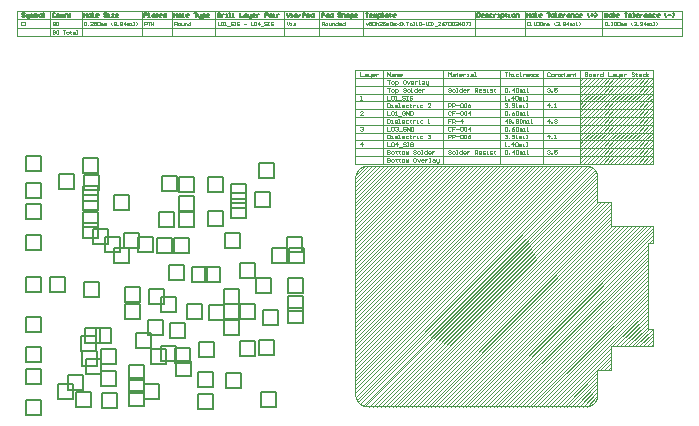
<source format=gbr>
G04*
G04 #@! TF.GenerationSoftware,Altium Limited,Altium Designer,24.7.2 (38)*
G04*
G04 Layer_Color=2752767*
%FSLAX25Y25*%
%MOIN*%
G70*
G04*
G04 #@! TF.SameCoordinates,0AE953C0-7C88-47E9-B79E-664DAA7B62C1*
G04*
G04*
G04 #@! TF.FilePolarity,Positive*
G04*
G01*
G75*
%ADD14C,0.00394*%
%ADD15C,0.00500*%
%ADD77C,0.00315*%
%ADD78C,0.00100*%
%ADD79C,0.00504*%
D14*
X131228Y187298D02*
X352864D01*
X131228Y184439D02*
X352864D01*
X131228Y181580D02*
X352864D01*
Y190157D01*
X131228D02*
X352864D01*
X131228Y181580D02*
Y190157D01*
X326189Y181580D02*
Y190157D01*
X300371Y181580D02*
Y190157D01*
X283700Y181580D02*
Y190157D01*
X246484Y181580D02*
Y190157D01*
X231871Y181580D02*
Y190157D01*
X220230Y181580D02*
Y190157D01*
X197156Y181580D02*
Y190157D01*
X182771Y181580D02*
Y190157D01*
X172731Y181580D02*
Y190157D01*
X152665Y181580D02*
Y190157D01*
X142126Y181580D02*
Y190157D01*
X243975Y167691D02*
X343208D01*
X243975Y170283D02*
X343208D01*
X243975Y139177D02*
Y170283D01*
Y139177D02*
X253028D01*
X243975Y141769D02*
X253028D01*
X243975Y144361D02*
X253028D01*
X243975Y146953D02*
X253028D01*
X243975Y149545D02*
X253028D01*
X243975Y152138D02*
X253028D01*
X243975Y154730D02*
X253028D01*
X243975Y157322D02*
X253028D01*
X243975Y159914D02*
X253028D01*
X243975Y162506D02*
X253028D01*
X243975Y165099D02*
X253028D01*
Y139177D02*
Y170283D01*
Y139177D02*
X273310D01*
X253028Y141769D02*
X273310D01*
X253028Y144361D02*
X273310D01*
X253028Y146953D02*
X273310D01*
X253028Y149545D02*
X273310D01*
X253028Y152138D02*
X273310D01*
X253028Y154730D02*
X273310D01*
X253028Y157322D02*
X273310D01*
X253028Y159914D02*
X273310D01*
X253028Y162506D02*
X273310D01*
X253028Y165099D02*
X273310D01*
Y139177D02*
Y170283D01*
Y139177D02*
X292080D01*
X273310Y141769D02*
X292080D01*
X273310Y144361D02*
X292080D01*
X273310Y146953D02*
X292080D01*
X273310Y149545D02*
X292080D01*
X273310Y152138D02*
X292080D01*
X273310Y154730D02*
X292080D01*
X273310Y157322D02*
X292080D01*
X273310Y159914D02*
X292080D01*
X273310Y162506D02*
X292080D01*
X273310Y165099D02*
X292080D01*
Y139177D02*
Y170283D01*
Y139177D02*
X306315D01*
X292080Y141769D02*
X306315D01*
X292080Y144361D02*
X306315D01*
X292080Y146953D02*
X306315D01*
X292080Y149545D02*
X306315D01*
X292080Y152138D02*
X306315D01*
X292080Y154730D02*
X306315D01*
X292080Y157322D02*
X306315D01*
X292080Y159914D02*
X306315D01*
X292080Y162506D02*
X306315D01*
X292080Y165099D02*
X306315D01*
Y139177D02*
Y170283D01*
Y139177D02*
X318823D01*
X306315Y141769D02*
X318823D01*
X306315Y144361D02*
X318823D01*
X306315Y146953D02*
X318823D01*
X306315Y149545D02*
X318823D01*
X306315Y152138D02*
X318823D01*
X306315Y154730D02*
X318823D01*
X306315Y157322D02*
X318823D01*
X306315Y159914D02*
X318823D01*
X306315Y162506D02*
X318823D01*
X306315Y165099D02*
X318823D01*
Y139177D02*
Y170283D01*
Y139177D02*
X343208D01*
X318823Y141769D02*
X343208D01*
X318823Y144361D02*
X343208D01*
X318823Y146953D02*
X343208D01*
X318823Y149545D02*
X343208D01*
X318823Y152138D02*
X343208D01*
X318823Y154730D02*
X343208D01*
X318823Y157322D02*
X343208D01*
X318823Y159914D02*
X343208D01*
X318823Y162506D02*
X343208D01*
X318823Y165099D02*
X343208D01*
Y139177D02*
Y170283D01*
X243975Y61936D02*
Y62338D01*
Y61936D02*
X244132Y61146D01*
X244441Y60402D01*
X244888Y59732D01*
X245457Y59163D01*
X246127Y58715D01*
X246871Y58407D01*
X247661Y58250D01*
X248063Y58250D01*
X320537Y58250D01*
X320940Y58250D01*
X321729Y58407D01*
X322474Y58715D01*
X323143Y59163D01*
X323713Y59732D01*
X324160Y60402D01*
X324468Y61146D01*
X324625Y61936D01*
X324625Y62338D01*
Y70329D01*
X329085D01*
Y78320D01*
X343208D01*
Y83957D01*
X341350D02*
X343208D01*
X341350D02*
Y112822D01*
X343208D01*
Y118459D01*
X329085D02*
X343208D01*
X329085D02*
Y126450D01*
X324625D02*
X329085D01*
X324625Y134440D02*
X324625Y126450D01*
X324625Y134440D02*
Y134843D01*
X324468Y135633D02*
X324625Y134843D01*
X324160Y136377D02*
X324468Y135633D01*
X323713Y137046D02*
X324160Y136377D01*
X323143Y137616D02*
X323713Y137046D01*
X322474Y138063D02*
X323143Y137616D01*
X321729Y138372D02*
X322474Y138063D01*
X320940Y138529D02*
X321729Y138372D01*
X320537Y138529D02*
X320940Y138529D01*
X248063Y138529D02*
X320537Y138529D01*
X247661Y138529D02*
X248063Y138529D01*
X246871Y138371D02*
X247661Y138529D01*
X246127Y138063D02*
X246871Y138371D01*
X245457Y137616D02*
X246127Y138063D01*
X244888Y137046D02*
X245457Y137616D01*
X244441Y136377D02*
X244888Y137046D01*
X244132Y135633D02*
X244441Y136377D01*
X243975Y134843D02*
X244132Y135633D01*
X243975Y134440D02*
Y134843D01*
Y134440D02*
X243975Y62338D01*
D15*
X163642Y123878D02*
X168642D01*
Y128878D01*
X163642D02*
X168642D01*
X163642Y123878D02*
Y128878D01*
X221516Y90020D02*
X226516D01*
Y95020D01*
X221516D02*
X226516D01*
X221516Y90020D02*
Y95020D01*
Y86083D02*
X226516D01*
Y91083D01*
X221516D02*
X226516D01*
X221516Y86083D02*
Y91083D01*
X134114Y65610D02*
X139114D01*
Y70610D01*
X134114D02*
X139114D01*
X134114Y65610D02*
Y70610D01*
X185295Y117972D02*
X190295D01*
Y122972D01*
X185295D02*
X190295D01*
X185295Y117972D02*
Y122972D01*
Y129783D02*
X190295D01*
Y134783D01*
X185295D02*
X190295D01*
X185295Y129783D02*
Y134783D01*
X211673Y134508D02*
X216673D01*
Y139508D01*
X211673D02*
X216673D01*
X211673Y134508D02*
Y139508D01*
X134114Y127815D02*
X139114D01*
Y132815D01*
X134114D02*
X139114D01*
X134114Y127815D02*
Y132815D01*
Y110492D02*
X139114D01*
Y115492D01*
X134114D02*
X139114D01*
X134114Y110492D02*
Y115492D01*
X148287Y63642D02*
X153287D01*
Y68642D01*
X148287D02*
X153287D01*
X148287Y63642D02*
Y68642D01*
X134114Y55374D02*
X139114D01*
Y60374D01*
X134114D02*
X139114D01*
X134114Y55374D02*
Y60374D01*
X153012Y136083D02*
X158012D01*
Y141083D01*
X153012D02*
X158012D01*
X153012Y136083D02*
Y141083D01*
X134114Y136870D02*
X139114D01*
Y141870D01*
X134114D02*
X139114D01*
X134114Y136870D02*
Y141870D01*
X221122Y109705D02*
X226122D01*
Y114705D01*
X221122D02*
X226122D01*
X221122Y109705D02*
Y114705D01*
X221516Y95925D02*
X226516D01*
Y100925D01*
X221516D02*
X226516D01*
X221516Y95925D02*
Y100925D01*
X221673Y105925D02*
X226673D01*
Y110925D01*
X221673D02*
X226673D01*
X221673Y105925D02*
Y110925D01*
X205374Y101043D02*
X210374D01*
Y106043D01*
X205374D02*
X210374D01*
X205374Y101043D02*
Y106043D01*
X200256Y87264D02*
X205256D01*
Y92264D01*
X200256D02*
X205256D01*
X200256Y87264D02*
Y92264D01*
X200234Y82167D02*
X205234D01*
Y87167D01*
X200234D02*
X205234D01*
X200234Y82167D02*
Y87167D01*
X174665Y82146D02*
X179665D01*
Y87146D01*
X174665D02*
X179665D01*
X174665Y82146D02*
Y87146D01*
X202618Y121122D02*
X207618D01*
Y126122D01*
X202618D02*
X207618D01*
X202618Y121122D02*
Y126122D01*
Y127421D02*
X207618D01*
Y132421D01*
X202618D02*
X207618D01*
X202618Y127421D02*
Y132421D01*
X200234Y92419D02*
X205234D01*
Y97419D01*
X200234D02*
X205234D01*
X200234Y92419D02*
Y97419D01*
X213051Y85295D02*
X218051D01*
Y90295D01*
X213051D02*
X218051D01*
X213051Y85295D02*
Y90295D01*
X168366Y67185D02*
X173366D01*
Y72185D01*
X168366D02*
X173366D01*
X168366Y67185D02*
Y72185D01*
X195159Y87157D02*
X200159D01*
Y92157D01*
X195159D02*
X200159D01*
X195159Y87157D02*
Y92157D01*
X173484Y60886D02*
X178484D01*
Y65886D01*
X173484D02*
X178484D01*
X173484Y60886D02*
Y65886D01*
X200650Y64429D02*
X205650D01*
Y69429D01*
X200650D02*
X205650D01*
X200650Y64429D02*
Y69429D01*
X134114Y82933D02*
X139114D01*
Y87933D01*
X134114D02*
X139114D01*
X134114Y82933D02*
Y87933D01*
X183721Y72697D02*
X188721D01*
Y77697D01*
X183721D02*
X188721D01*
X183721Y72697D02*
Y77697D01*
X175847Y72303D02*
X180847D01*
Y77303D01*
X175847D02*
X180847D01*
X175847Y72303D02*
Y77303D01*
X134114Y96319D02*
X139114D01*
Y101319D01*
X134114D02*
X139114D01*
X134114Y96319D02*
Y101319D01*
X205411Y87285D02*
X210411D01*
Y92285D01*
X205411D02*
X210411D01*
X205411Y87285D02*
Y92285D01*
X210585Y124735D02*
X215585D01*
Y129735D01*
X210585D02*
X215585D01*
X210585Y124735D02*
Y129735D01*
X179587Y130177D02*
X184587D01*
Y135177D01*
X179587D02*
X184587D01*
X179587Y130177D02*
Y135177D01*
X167185Y93169D02*
X172185D01*
Y98169D01*
X167185D02*
X172185D01*
X167185Y93169D02*
Y98169D01*
Y87264D02*
X172185D01*
Y92264D01*
X167185D02*
X172185D01*
X167185Y87264D02*
Y92264D01*
X157343Y79390D02*
X162343D01*
Y84390D01*
X157343D02*
X162343D01*
X157343Y79390D02*
Y84390D01*
X178602Y117972D02*
X183602D01*
Y122972D01*
X178602D02*
X183602D01*
X178602Y117972D02*
Y122972D01*
X200502Y111236D02*
X205502D01*
Y116236D01*
X200502D02*
X205502D01*
X200502Y111236D02*
Y116236D01*
X191595Y64823D02*
X196595D01*
Y69823D01*
X191595D02*
X196595D01*
X191595Y64823D02*
Y69823D01*
X168366Y58524D02*
X173366D01*
Y63524D01*
X168366D02*
X173366D01*
X168366Y58524D02*
Y63524D01*
X194744Y129783D02*
X199744D01*
Y134783D01*
X194744D02*
X199744D01*
X194744Y129783D02*
Y134783D01*
X202618Y124272D02*
X207618D01*
Y129272D01*
X202618D02*
X207618D01*
X202618Y124272D02*
Y129272D01*
X185295Y123370D02*
X190295D01*
Y128370D01*
X185295D02*
X190295D01*
X185295Y123370D02*
Y128370D01*
X153405Y130571D02*
X158405D01*
Y135571D01*
X153405D02*
X158405D01*
X153405Y130571D02*
Y135571D01*
X156555Y112461D02*
X161555D01*
Y117461D01*
X156555D02*
X161555D01*
X156555Y112461D02*
Y117461D01*
X166791Y111008D02*
X171791D01*
Y116008D01*
X166791D02*
X171791D01*
X166791Y111008D02*
Y116008D01*
X182146Y80965D02*
X187146D01*
Y85965D01*
X182146D02*
X187146D01*
X182146Y80965D02*
Y85965D01*
X134114Y73090D02*
X139114D01*
Y78091D01*
X134114D02*
X139114D01*
X134114Y73090D02*
Y78091D01*
X194858Y118366D02*
X199858D01*
Y123366D01*
X194858D02*
X199858D01*
X194858Y118366D02*
Y123366D01*
X170728Y77815D02*
X175728D01*
Y82815D01*
X170728D02*
X175728D01*
X170728Y77815D02*
Y82815D01*
X159311Y65216D02*
X164311D01*
Y70217D01*
X159311D02*
X164311D01*
X159311Y65216D02*
Y70217D01*
X159408Y57736D02*
X164408D01*
Y62736D01*
X159408D02*
X164408D01*
X159408Y57736D02*
Y62736D01*
X153415Y94715D02*
X158415D01*
Y99715D01*
X153415D02*
X158415D01*
X153415Y94715D02*
Y99715D01*
X187670Y87281D02*
X192670D01*
Y92281D01*
X187670D02*
X192670D01*
X187670Y87281D02*
Y92281D01*
X181752Y100256D02*
X186752D01*
Y105256D01*
X181752D02*
X186752D01*
X181752Y100256D02*
Y105256D01*
X163642Y106161D02*
X168642D01*
Y111161D01*
X163642D02*
X168642D01*
X163642Y106161D02*
Y111161D01*
X183327Y109311D02*
X188327D01*
Y114311D01*
X183327D02*
X188327D01*
X183327Y109311D02*
Y114311D01*
X171516Y109689D02*
X176516D01*
Y114689D01*
X171516D02*
X176516D01*
X171516Y109689D02*
Y114689D01*
X177815Y109311D02*
X182815D01*
Y114311D01*
X177815D02*
X182815D01*
X177815Y109311D02*
Y114311D01*
X134114Y120728D02*
X139114D01*
Y125728D01*
X134114D02*
X139114D01*
X134114Y120728D02*
Y125728D01*
X145121Y130659D02*
X150121D01*
Y135659D01*
X145121D02*
X150121D01*
X145121Y130659D02*
Y135659D01*
X144669Y60707D02*
X149669D01*
Y65707D01*
X144669D02*
X149669D01*
X144669Y60707D02*
Y65707D01*
X178996Y73484D02*
X183996D01*
Y78484D01*
X178996D02*
X183996D01*
X178996Y73484D02*
Y78484D01*
X184114Y68366D02*
X189114D01*
Y73366D01*
X184114D02*
X189114D01*
X184114Y68366D02*
Y73366D01*
X191649Y74720D02*
X196649D01*
Y79720D01*
X191649D02*
X196649D01*
X191649Y74720D02*
Y79720D01*
X216004Y106161D02*
X221004D01*
Y111161D01*
X216004D02*
X221004D01*
X216004Y106161D02*
Y111161D01*
X153208Y126777D02*
X158208D01*
Y131777D01*
X153208D02*
X158208D01*
X153208Y126777D02*
Y131777D01*
X153280Y123634D02*
X158281D01*
Y128634D01*
X153280D02*
X158281D01*
X153280Y123634D02*
Y128634D01*
X153786Y79459D02*
X158786D01*
Y84459D01*
X153786D02*
X158786D01*
X153786Y79459D02*
Y84459D01*
X152618Y76634D02*
X157618D01*
Y81634D01*
X152618D02*
X157618D01*
X152618Y76634D02*
Y81634D01*
X159311Y72303D02*
X164311D01*
Y77303D01*
X159311D02*
X164311D01*
X159311Y72303D02*
Y77303D01*
X160637Y109666D02*
X165637D01*
Y114666D01*
X160637D02*
X165637D01*
X160637Y109666D02*
Y114666D01*
X191595Y57342D02*
X196595D01*
Y62343D01*
X191595D02*
X196595D01*
X191595Y57342D02*
Y62343D01*
X150650Y58130D02*
X155650D01*
Y63130D01*
X150650D02*
X155650D01*
X150650Y58130D02*
Y63130D01*
X210667Y95925D02*
X215667D01*
Y100925D01*
X210667D02*
X215667D01*
X210667Y95925D02*
Y100925D01*
X211673Y75453D02*
X216673D01*
Y80453D01*
X211673D02*
X216673D01*
X211673Y75453D02*
Y80453D01*
X205402Y75146D02*
X210402D01*
Y80146D01*
X205402D02*
X210402D01*
X205402Y75146D02*
Y80146D01*
X175059Y92382D02*
X180059D01*
Y97382D01*
X175059D02*
X180059D01*
X175059Y92382D02*
Y97382D01*
X179228Y89815D02*
X184228D01*
Y94814D01*
X179228D02*
X184228D01*
X179228Y89815D02*
Y94814D01*
X212461Y58130D02*
X217461D01*
Y63130D01*
X212461D02*
X217461D01*
X212461Y58130D02*
Y63130D01*
X141988Y96319D02*
X146988D01*
Y101319D01*
X141988D02*
X146988D01*
X141988Y96319D02*
Y101319D01*
X189626Y99876D02*
X194626D01*
Y104876D01*
X189626D02*
X194626D01*
X189626Y99876D02*
Y104876D01*
X193969Y99876D02*
X198969D01*
Y104876D01*
X193969D02*
X198969D01*
X193969Y99876D02*
Y104876D01*
X168366Y62854D02*
X173366D01*
Y67854D01*
X168366D02*
X173366D01*
X168366Y62854D02*
Y67854D01*
X153279Y118110D02*
X158280D01*
Y123110D01*
X153279D02*
X158280D01*
X153279Y118110D02*
Y123110D01*
X153286Y114469D02*
X158286D01*
Y119468D01*
X153286D02*
X158286D01*
X153286Y114469D02*
Y119468D01*
X154140Y68940D02*
X159140D01*
Y73940D01*
X154140D02*
X159140D01*
X154140Y68940D02*
Y73940D01*
X152666Y71683D02*
X157666D01*
Y76683D01*
X152666D02*
X157666D01*
X152666Y71683D02*
Y76683D01*
D77*
X132406Y185297D02*
X133677D01*
Y186568D01*
X132406D02*
X133677D01*
X132406Y185297D02*
Y186568D01*
X327046Y186250D02*
X327237Y186440D01*
X327618D01*
X327808Y186250D01*
Y185487D01*
X327618Y185297D01*
X327237D01*
X327046Y185487D01*
Y186250D01*
X328190Y185297D02*
Y185487D01*
X328380D01*
Y185297D01*
X328190D01*
X329142D02*
X329523D01*
X329333D01*
Y186440D01*
X329142Y186250D01*
X330095D02*
X330286Y186440D01*
X330667D01*
X330857Y186250D01*
Y185487D01*
X330667Y185297D01*
X330286D01*
X330095Y185487D01*
Y186250D01*
X331238D02*
X331429Y186440D01*
X331810D01*
X332000Y186250D01*
Y185487D01*
X331810Y185297D01*
X331429D01*
X331238Y185487D01*
Y186250D01*
X332382Y185297D02*
Y186059D01*
X332572D01*
X332763Y185869D01*
Y185297D01*
Y185869D01*
X332953Y186059D01*
X333144Y185869D01*
Y185297D01*
X333525D02*
Y186059D01*
X333715D01*
X333906Y185869D01*
Y185297D01*
Y185869D01*
X334097Y186059D01*
X334287Y185869D01*
Y185297D01*
X336192D02*
X335811Y185678D01*
Y186059D01*
X336192Y186440D01*
X336764Y186250D02*
X336955Y186440D01*
X337336D01*
X337526Y186250D01*
Y186059D01*
X337336Y185869D01*
X337145D01*
X337336D01*
X337526Y185678D01*
Y185487D01*
X337336Y185297D01*
X336955D01*
X336764Y185487D01*
X337907Y185297D02*
Y185487D01*
X338098D01*
Y185297D01*
X337907D01*
X338860Y185487D02*
X339051Y185297D01*
X339432D01*
X339622Y185487D01*
Y186250D01*
X339432Y186440D01*
X339051D01*
X338860Y186250D01*
Y186059D01*
X339051Y185869D01*
X339622D01*
X340575Y185297D02*
Y186440D01*
X340003Y185869D01*
X340766D01*
X341147Y185297D02*
Y186059D01*
X341337D01*
X341528Y185869D01*
Y185297D01*
Y185869D01*
X341718Y186059D01*
X341909Y185869D01*
Y185297D01*
X342290D02*
X342671D01*
X342481D01*
Y186059D01*
X342290D01*
X343243Y185297D02*
X343624D01*
X343433D01*
Y186440D01*
X343243D01*
X344196Y185297D02*
X344577Y185678D01*
Y186059D01*
X344196Y186440D01*
X301229Y186250D02*
X301419Y186440D01*
X301800D01*
X301991Y186250D01*
Y185487D01*
X301800Y185297D01*
X301419D01*
X301229Y185487D01*
Y186250D01*
X302372Y185297D02*
Y185487D01*
X302562D01*
Y185297D01*
X302372D01*
X303325D02*
X303706D01*
X303515D01*
Y186440D01*
X303325Y186250D01*
X304277D02*
X304468Y186440D01*
X304849D01*
X305040Y186250D01*
Y185487D01*
X304849Y185297D01*
X304468D01*
X304277Y185487D01*
Y186250D01*
X305421D02*
X305611Y186440D01*
X305992D01*
X306183Y186250D01*
Y185487D01*
X305992Y185297D01*
X305611D01*
X305421Y185487D01*
Y186250D01*
X306564Y185297D02*
Y186059D01*
X306754D01*
X306945Y185869D01*
Y185297D01*
Y185869D01*
X307136Y186059D01*
X307326Y185869D01*
Y185297D01*
X307707D02*
Y186059D01*
X307898D01*
X308088Y185869D01*
Y185297D01*
Y185869D01*
X308279Y186059D01*
X308470Y185869D01*
Y185297D01*
X310375D02*
X309994Y185678D01*
Y186059D01*
X310375Y186440D01*
X310946Y186250D02*
X311137Y186440D01*
X311518D01*
X311709Y186250D01*
Y186059D01*
X311518Y185869D01*
X311328D01*
X311518D01*
X311709Y185678D01*
Y185487D01*
X311518Y185297D01*
X311137D01*
X310946Y185487D01*
X312090Y185297D02*
Y185487D01*
X312280D01*
Y185297D01*
X312090D01*
X313043Y185487D02*
X313233Y185297D01*
X313614D01*
X313805Y185487D01*
Y186250D01*
X313614Y186440D01*
X313233D01*
X313043Y186250D01*
Y186059D01*
X313233Y185869D01*
X313805D01*
X314757Y185297D02*
Y186440D01*
X314186Y185869D01*
X314948D01*
X315329Y185297D02*
Y186059D01*
X315520D01*
X315710Y185869D01*
Y185297D01*
Y185869D01*
X315901Y186059D01*
X316091Y185869D01*
Y185297D01*
X316472D02*
X316853D01*
X316663D01*
Y186059D01*
X316472D01*
X317425Y185297D02*
X317806D01*
X317616D01*
Y186440D01*
X317425D01*
X318378Y185297D02*
X318759Y185678D01*
Y186059D01*
X318378Y186440D01*
X247342Y186059D02*
X247723Y185297D01*
X248104Y186059D01*
X249247Y186440D02*
X248485D01*
Y185869D01*
X248866Y186059D01*
X249057D01*
X249247Y185869D01*
Y185487D01*
X249057Y185297D01*
X248676D01*
X248485Y185487D01*
X249628Y186250D02*
X249819Y186440D01*
X250200D01*
X250391Y186250D01*
Y185487D01*
X250200Y185297D01*
X249819D01*
X249628Y185487D01*
Y186250D01*
X250772Y186440D02*
Y185297D01*
Y185869D01*
X250962Y186059D01*
X251343D01*
X251534Y185869D01*
Y185297D01*
X252677D02*
X251915D01*
X252677Y186059D01*
Y186250D01*
X252487Y186440D01*
X252106D01*
X251915Y186250D01*
X253820Y186440D02*
X253058D01*
Y185869D01*
X253439Y186059D01*
X253630D01*
X253820Y185869D01*
Y185487D01*
X253630Y185297D01*
X253249D01*
X253058Y185487D01*
X254202Y185297D02*
Y186059D01*
X254392D01*
X254583Y185869D01*
Y185297D01*
Y185869D01*
X254773Y186059D01*
X254964Y185869D01*
Y185297D01*
X255345Y186250D02*
X255535Y186440D01*
X255917D01*
X256107Y186250D01*
Y185487D01*
X255917Y185297D01*
X255535D01*
X255345Y185487D01*
Y186250D01*
X256488Y185297D02*
Y186059D01*
X256679D01*
X256869Y185869D01*
Y185297D01*
Y185869D01*
X257060Y186059D01*
X257250Y185869D01*
Y185297D01*
X257631Y186059D02*
X258394Y185297D01*
X258013Y185678D01*
X258394Y186059D01*
X257631Y185297D01*
X258775Y186250D02*
X258965Y186440D01*
X259346D01*
X259537Y186250D01*
Y185487D01*
X259346Y185297D01*
X258965D01*
X258775Y185487D01*
Y186250D01*
X260299Y185297D02*
X259918Y185678D01*
Y186059D01*
X260299Y186440D01*
X260871D02*
X261633D01*
X261252D01*
Y185297D01*
X262205D02*
X262586D01*
X262776Y185487D01*
Y185869D01*
X262586Y186059D01*
X262205D01*
X262014Y185869D01*
Y185487D01*
X262205Y185297D01*
X263157D02*
X263538D01*
X263348D01*
Y186440D01*
X263157D01*
X264110Y185297D02*
X264491D01*
X264301D01*
Y186440D01*
X264110Y186250D01*
X265063D02*
X265253Y186440D01*
X265634D01*
X265825Y186250D01*
Y185487D01*
X265634Y185297D01*
X265253D01*
X265063Y185487D01*
Y186250D01*
X266206Y185869D02*
X266968D01*
X267349Y185297D02*
X267730D01*
X267540D01*
Y186440D01*
X267349Y186250D01*
X268302D02*
X268493Y186440D01*
X268874D01*
X269064Y186250D01*
Y185487D01*
X268874Y185297D01*
X268493D01*
X268302Y185487D01*
Y186250D01*
X269445Y185297D02*
X269826Y185678D01*
Y186059D01*
X269445Y186440D01*
X270398Y185106D02*
X271160D01*
X272304Y185297D02*
X271541D01*
X272304Y186059D01*
Y186250D01*
X272113Y186440D01*
X271732D01*
X271541Y186250D01*
X273447Y186440D02*
X273066Y186250D01*
X272685Y185869D01*
Y185487D01*
X272875Y185297D01*
X273256D01*
X273447Y185487D01*
Y185678D01*
X273256Y185869D01*
X272685D01*
X273828Y186440D02*
X274590D01*
Y186250D01*
X273828Y185487D01*
Y185297D01*
X274971Y186250D02*
X275162Y186440D01*
X275543D01*
X275733Y186250D01*
Y185487D01*
X275543Y185297D01*
X275162D01*
X274971Y185487D01*
Y186250D01*
X276115D02*
X276305Y186440D01*
X276686D01*
X276877Y186250D01*
Y185487D01*
X276686Y185297D01*
X276305D01*
X276115Y185487D01*
Y186250D01*
X277258D02*
X277448Y186440D01*
X277829D01*
X278020Y186250D01*
Y186059D01*
X277829Y185869D01*
X277639D01*
X277829D01*
X278020Y185678D01*
Y185487D01*
X277829Y185297D01*
X277448D01*
X277258Y185487D01*
X278973Y185297D02*
Y186440D01*
X278401Y185869D01*
X279163D01*
X279544Y186250D02*
X279735Y186440D01*
X280116D01*
X280307Y186250D01*
Y185487D01*
X280116Y185297D01*
X279735D01*
X279544Y185487D01*
Y186250D01*
X280688Y186440D02*
X281450D01*
Y186250D01*
X280688Y185487D01*
Y185297D01*
X281831D02*
X282212D01*
X282021D01*
Y186440D01*
X281831Y186250D01*
X232729Y185297D02*
Y186440D01*
X233300D01*
X233491Y186250D01*
Y185869D01*
X233300Y185678D01*
X232729D01*
X233110D02*
X233491Y185297D01*
X234062D02*
X234443D01*
X234634Y185487D01*
Y185869D01*
X234443Y186059D01*
X234062D01*
X233872Y185869D01*
Y185487D01*
X234062Y185297D01*
X235015Y186059D02*
Y185487D01*
X235206Y185297D01*
X235777D01*
Y186059D01*
X236158Y185297D02*
Y186059D01*
X236730D01*
X236920Y185869D01*
Y185297D01*
X238064Y186440D02*
Y185297D01*
X237492D01*
X237302Y185487D01*
Y185869D01*
X237492Y186059D01*
X238064D01*
X239017Y185297D02*
X238635D01*
X238445Y185487D01*
Y185869D01*
X238635Y186059D01*
X239017D01*
X239207Y185869D01*
Y185678D01*
X238445D01*
X240350Y186440D02*
Y185297D01*
X239779D01*
X239588Y185487D01*
Y185869D01*
X239779Y186059D01*
X240350D01*
X221088Y186440D02*
Y185678D01*
X221469Y185297D01*
X221850Y185678D01*
Y186440D01*
X222231Y185297D02*
X222612D01*
X222421D01*
Y186059D01*
X222231D01*
X223374D02*
X223755D01*
X223946Y185869D01*
Y185297D01*
X223374D01*
X223184Y185487D01*
X223374Y185678D01*
X223946D01*
X198014Y186440D02*
Y185297D01*
X198776D01*
X199157Y186250D02*
X199348Y186440D01*
X199729D01*
X199919Y186250D01*
Y185487D01*
X199729Y185297D01*
X199348D01*
X199157Y185487D01*
Y186250D01*
X200300Y185297D02*
X200681D01*
X200491D01*
Y186440D01*
X200300Y186250D01*
X201253Y185106D02*
X202015D01*
X203159Y186250D02*
X202968Y186440D01*
X202587D01*
X202396Y186250D01*
Y186059D01*
X202587Y185869D01*
X202968D01*
X203159Y185678D01*
Y185487D01*
X202968Y185297D01*
X202587D01*
X202396Y185487D01*
X203540Y186440D02*
X203921D01*
X203730D01*
Y185297D01*
X203540D01*
X203921D01*
X205255Y186250D02*
X205064Y186440D01*
X204683D01*
X204492Y186250D01*
Y185487D01*
X204683Y185297D01*
X205064D01*
X205255Y185487D01*
Y185869D01*
X204873D01*
X206779D02*
X207541D01*
X209066Y186440D02*
Y185297D01*
X209828D01*
X210209Y186250D02*
X210399Y186440D01*
X210781D01*
X210971Y186250D01*
Y185487D01*
X210781Y185297D01*
X210399D01*
X210209Y185487D01*
Y186250D01*
X211924Y185297D02*
Y186440D01*
X211352Y185869D01*
X212114D01*
X212495Y185106D02*
X213258D01*
X214401Y186250D02*
X214210Y186440D01*
X213829D01*
X213639Y186250D01*
Y186059D01*
X213829Y185869D01*
X214210D01*
X214401Y185678D01*
Y185487D01*
X214210Y185297D01*
X213829D01*
X213639Y185487D01*
X214782Y186440D02*
X215163D01*
X214972D01*
Y185297D01*
X214782D01*
X215163D01*
X216497Y186250D02*
X216306Y186440D01*
X215925D01*
X215735Y186250D01*
Y185487D01*
X215925Y185297D01*
X216306D01*
X216497Y185487D01*
Y185869D01*
X216116D01*
X183629Y185297D02*
Y186440D01*
X184201D01*
X184391Y186250D01*
Y185869D01*
X184201Y185678D01*
X183629D01*
X184010D02*
X184391Y185297D01*
X184963D02*
X185344D01*
X185535Y185487D01*
Y185869D01*
X185344Y186059D01*
X184963D01*
X184772Y185869D01*
Y185487D01*
X184963Y185297D01*
X185916Y186059D02*
Y185487D01*
X186106Y185297D01*
X186678D01*
Y186059D01*
X187059Y185297D02*
Y186059D01*
X187631D01*
X187821Y185869D01*
Y185297D01*
X188964Y186440D02*
Y185297D01*
X188393D01*
X188202Y185487D01*
Y185869D01*
X188393Y186059D01*
X188964D01*
X173589Y185297D02*
Y186440D01*
X174160D01*
X174351Y186250D01*
Y185869D01*
X174160Y185678D01*
X173589D01*
X174732Y186440D02*
X175494D01*
X175113D01*
Y185297D01*
X175875Y186440D02*
Y185297D01*
Y185869D01*
X176637D01*
Y186440D01*
Y185297D01*
X153523Y186250D02*
X153713Y186440D01*
X154094D01*
X154285Y186250D01*
Y185487D01*
X154094Y185297D01*
X153713D01*
X153523Y185487D01*
Y186250D01*
X154666Y185297D02*
Y185487D01*
X154856D01*
Y185297D01*
X154666D01*
X156381D02*
X155619D01*
X156381Y186059D01*
Y186250D01*
X156190Y186440D01*
X155809D01*
X155619Y186250D01*
X157524Y186440D02*
X156762D01*
Y185869D01*
X157143Y186059D01*
X157334D01*
X157524Y185869D01*
Y185487D01*
X157334Y185297D01*
X156952D01*
X156762Y185487D01*
X157905Y186250D02*
X158096Y186440D01*
X158477D01*
X158667Y186250D01*
Y185487D01*
X158477Y185297D01*
X158096D01*
X157905Y185487D01*
Y186250D01*
X159048Y185297D02*
Y186059D01*
X159239D01*
X159430Y185869D01*
Y185297D01*
Y185869D01*
X159620Y186059D01*
X159811Y185869D01*
Y185297D01*
X160192D02*
Y186059D01*
X160382D01*
X160573Y185869D01*
Y185297D01*
Y185869D01*
X160763Y186059D01*
X160954Y185869D01*
Y185297D01*
X162859D02*
X162478Y185678D01*
Y186059D01*
X162859Y186440D01*
X163431Y185487D02*
X163622Y185297D01*
X164003D01*
X164193Y185487D01*
Y186250D01*
X164003Y186440D01*
X163622D01*
X163431Y186250D01*
Y186059D01*
X163622Y185869D01*
X164193D01*
X164574Y185297D02*
Y185487D01*
X164765D01*
Y185297D01*
X164574D01*
X165527Y186250D02*
X165718Y186440D01*
X166099D01*
X166289Y186250D01*
Y186059D01*
X166099Y185869D01*
X166289Y185678D01*
Y185487D01*
X166099Y185297D01*
X165718D01*
X165527Y185487D01*
Y185678D01*
X165718Y185869D01*
X165527Y186059D01*
Y186250D01*
X165718Y185869D02*
X166099D01*
X167242Y185297D02*
Y186440D01*
X166670Y185869D01*
X167432D01*
X167814Y185297D02*
Y186059D01*
X168004D01*
X168195Y185869D01*
Y185297D01*
Y185869D01*
X168385Y186059D01*
X168576Y185869D01*
Y185297D01*
X168957D02*
X169338D01*
X169147D01*
Y186059D01*
X168957D01*
X169910Y185297D02*
X170291D01*
X170100D01*
Y186440D01*
X169910D01*
X170862Y185297D02*
X171243Y185678D01*
Y186059D01*
X170862Y186440D01*
X142984Y182628D02*
X143174Y182438D01*
X143555D01*
X143746Y182628D01*
Y183391D01*
X143555Y183581D01*
X143174D01*
X142984Y183391D01*
Y183200D01*
X143174Y183010D01*
X143746D01*
X144127Y183391D02*
X144317Y183581D01*
X144699D01*
X144889Y183391D01*
Y182628D01*
X144699Y182438D01*
X144317D01*
X144127Y182628D01*
Y183391D01*
X146414Y183581D02*
X147176D01*
X146795D01*
Y182438D01*
X147747D02*
X148128D01*
X148319Y182628D01*
Y183010D01*
X148128Y183200D01*
X147747D01*
X147557Y183010D01*
Y182628D01*
X147747Y182438D01*
X148891Y183391D02*
Y183200D01*
X148700D01*
X149081D01*
X148891D01*
Y182628D01*
X149081Y182438D01*
X149843Y183200D02*
X150224D01*
X150415Y183010D01*
Y182438D01*
X149843D01*
X149653Y182628D01*
X149843Y182819D01*
X150415D01*
X150796Y182438D02*
X151177D01*
X150987D01*
Y183581D01*
X150796D01*
X142984Y185487D02*
X143174Y185297D01*
X143555D01*
X143746Y185487D01*
Y186250D01*
X143555Y186440D01*
X143174D01*
X142984Y186250D01*
Y186059D01*
X143174Y185869D01*
X143746D01*
X144127Y186250D02*
X144317Y186440D01*
X144699D01*
X144889Y186250D01*
Y185487D01*
X144699Y185297D01*
X144317D01*
X144127Y185487D01*
Y186250D01*
X245586Y169634D02*
Y168339D01*
X246450D01*
X247098Y169203D02*
X247530D01*
X247746Y168987D01*
Y168339D01*
X247098D01*
X246882Y168555D01*
X247098Y168771D01*
X247746D01*
X248178Y169203D02*
Y168555D01*
X248394Y168339D01*
X249041D01*
Y168123D01*
X248826Y167907D01*
X248609D01*
X249041Y168339D02*
Y169203D01*
X250121Y168339D02*
X249689D01*
X249473Y168555D01*
Y168987D01*
X249689Y169203D01*
X250121D01*
X250337Y168987D01*
Y168771D01*
X249473D01*
X250769Y169203D02*
Y168339D01*
Y168771D01*
X250985Y168987D01*
X251201Y169203D01*
X251417D01*
X246234Y145009D02*
Y146305D01*
X245586Y145657D01*
X246450D01*
X245586Y151273D02*
X245802Y151489D01*
X246234D01*
X246450Y151273D01*
Y151057D01*
X246234Y150841D01*
X246018D01*
X246234D01*
X246450Y150625D01*
Y150409D01*
X246234Y150193D01*
X245802D01*
X245586Y150409D01*
X246450Y155378D02*
X245586D01*
X246450Y156242D01*
Y156457D01*
X246234Y156674D01*
X245802D01*
X245586Y156457D01*
Y160562D02*
X246018D01*
X245802D01*
Y161858D01*
X245586Y161642D01*
X254639Y168339D02*
Y169634D01*
X255503Y168339D01*
Y169634D01*
X256151Y169203D02*
X256582D01*
X256798Y168987D01*
Y168339D01*
X256151D01*
X255935Y168555D01*
X256151Y168771D01*
X256798D01*
X257230Y168339D02*
Y169203D01*
X257446D01*
X257662Y168987D01*
Y168339D01*
Y168987D01*
X257878Y169203D01*
X258094Y168987D01*
Y168339D01*
X259174D02*
X258742D01*
X258526Y168555D01*
Y168987D01*
X258742Y169203D01*
X259174D01*
X259390Y168987D01*
Y168771D01*
X258526D01*
X254639Y141120D02*
Y139825D01*
X255287D01*
X255503Y140041D01*
Y140257D01*
X255287Y140472D01*
X254639D01*
X255287D01*
X255503Y140688D01*
Y140904D01*
X255287Y141120D01*
X254639D01*
X256151Y139825D02*
X256582D01*
X256798Y140041D01*
Y140472D01*
X256582Y140688D01*
X256151D01*
X255935Y140472D01*
Y140041D01*
X256151Y139825D01*
X257446Y140904D02*
Y140688D01*
X257230D01*
X257662D01*
X257446D01*
Y140041D01*
X257662Y139825D01*
X258526Y140904D02*
Y140688D01*
X258310D01*
X258742D01*
X258526D01*
Y140041D01*
X258742Y139825D01*
X259606D02*
X260038D01*
X260254Y140041D01*
Y140472D01*
X260038Y140688D01*
X259606D01*
X259390Y140472D01*
Y140041D01*
X259606Y139825D01*
X260685D02*
Y140688D01*
X260901D01*
X261117Y140472D01*
Y139825D01*
Y140472D01*
X261333Y140688D01*
X261549Y140472D01*
Y139825D01*
X263925Y141120D02*
X263493D01*
X263277Y140904D01*
Y140041D01*
X263493Y139825D01*
X263925D01*
X264141Y140041D01*
Y140904D01*
X263925Y141120D01*
X264573Y140688D02*
X265004Y139825D01*
X265436Y140688D01*
X266516Y139825D02*
X266084D01*
X265868Y140041D01*
Y140472D01*
X266084Y140688D01*
X266516D01*
X266732Y140472D01*
Y140257D01*
X265868D01*
X267164Y140688D02*
Y139825D01*
Y140257D01*
X267380Y140472D01*
X267596Y140688D01*
X267812D01*
X268460Y139825D02*
X268891D01*
X268675D01*
Y141120D01*
X268460D01*
X269755Y140688D02*
X270187D01*
X270403Y140472D01*
Y139825D01*
X269755D01*
X269539Y140041D01*
X269755Y140257D01*
X270403D01*
X270835Y140688D02*
Y140041D01*
X271051Y139825D01*
X271699D01*
Y139609D01*
X271483Y139393D01*
X271267D01*
X271699Y139825D02*
Y140688D01*
X254639Y143712D02*
Y142417D01*
X255287D01*
X255503Y142633D01*
Y142849D01*
X255287Y143065D01*
X254639D01*
X255287D01*
X255503Y143281D01*
Y143497D01*
X255287Y143712D01*
X254639D01*
X256151Y142417D02*
X256582D01*
X256798Y142633D01*
Y143065D01*
X256582Y143281D01*
X256151D01*
X255935Y143065D01*
Y142633D01*
X256151Y142417D01*
X257446Y143497D02*
Y143281D01*
X257230D01*
X257662D01*
X257446D01*
Y142633D01*
X257662Y142417D01*
X258526Y143497D02*
Y143281D01*
X258310D01*
X258742D01*
X258526D01*
Y142633D01*
X258742Y142417D01*
X259606D02*
X260038D01*
X260254Y142633D01*
Y143065D01*
X260038Y143281D01*
X259606D01*
X259390Y143065D01*
Y142633D01*
X259606Y142417D01*
X260685D02*
Y143281D01*
X260901D01*
X261117Y143065D01*
Y142417D01*
Y143065D01*
X261333Y143281D01*
X261549Y143065D01*
Y142417D01*
X264141Y143497D02*
X263925Y143712D01*
X263493D01*
X263277Y143497D01*
Y143281D01*
X263493Y143065D01*
X263925D01*
X264141Y142849D01*
Y142633D01*
X263925Y142417D01*
X263493D01*
X263277Y142633D01*
X264788Y142417D02*
X265220D01*
X265436Y142633D01*
Y143065D01*
X265220Y143281D01*
X264788D01*
X264573Y143065D01*
Y142633D01*
X264788Y142417D01*
X265868D02*
X266300D01*
X266084D01*
Y143712D01*
X265868D01*
X267812D02*
Y142417D01*
X267164D01*
X266948Y142633D01*
Y143065D01*
X267164Y143281D01*
X267812D01*
X268891Y142417D02*
X268460D01*
X268244Y142633D01*
Y143065D01*
X268460Y143281D01*
X268891D01*
X269107Y143065D01*
Y142849D01*
X268244D01*
X269539Y143281D02*
Y142417D01*
Y142849D01*
X269755Y143065D01*
X269971Y143281D01*
X270187D01*
X254639Y146305D02*
Y145009D01*
X255503D01*
X255935Y146089D02*
X256151Y146305D01*
X256582D01*
X256798Y146089D01*
Y145225D01*
X256582Y145009D01*
X256151D01*
X255935Y145225D01*
Y146089D01*
X257878Y145009D02*
Y146305D01*
X257230Y145657D01*
X258094D01*
X258526Y144793D02*
X259390D01*
X260685Y146089D02*
X260470Y146305D01*
X260038D01*
X259822Y146089D01*
Y145873D01*
X260038Y145657D01*
X260470D01*
X260685Y145441D01*
Y145225D01*
X260470Y145009D01*
X260038D01*
X259822Y145225D01*
X261117Y146305D02*
X261549D01*
X261333D01*
Y145009D01*
X261117D01*
X261549D01*
X263061Y146089D02*
X262845Y146305D01*
X262413D01*
X262197Y146089D01*
Y145225D01*
X262413Y145009D01*
X262845D01*
X263061Y145225D01*
Y145657D01*
X262629D01*
X254639Y148897D02*
Y147601D01*
X255287D01*
X255503Y147817D01*
Y148681D01*
X255287Y148897D01*
X254639D01*
X255935Y147601D02*
X256366D01*
X256151D01*
Y148465D01*
X255935D01*
X257662Y147601D02*
X257230D01*
X257014Y147817D01*
Y148249D01*
X257230Y148465D01*
X257662D01*
X257878Y148249D01*
Y148033D01*
X257014D01*
X258310Y147601D02*
X258742D01*
X258526D01*
Y148897D01*
X258310D01*
X260038Y147601D02*
X259606D01*
X259390Y147817D01*
Y148249D01*
X259606Y148465D01*
X260038D01*
X260254Y148249D01*
Y148033D01*
X259390D01*
X261549Y148465D02*
X260901D01*
X260685Y148249D01*
Y147817D01*
X260901Y147601D01*
X261549D01*
X262197Y148681D02*
Y148465D01*
X261981D01*
X262413D01*
X262197D01*
Y147817D01*
X262413Y147601D01*
X263061Y148465D02*
Y147601D01*
Y148033D01*
X263277Y148249D01*
X263493Y148465D01*
X263709D01*
X264356Y147601D02*
X264788D01*
X264573D01*
Y148465D01*
X264356D01*
X266300D02*
X265652D01*
X265436Y148249D01*
Y147817D01*
X265652Y147601D01*
X266300D01*
X268028Y148681D02*
X268244Y148897D01*
X268675D01*
X268891Y148681D01*
Y148465D01*
X268675Y148249D01*
X268460D01*
X268675D01*
X268891Y148033D01*
Y147817D01*
X268675Y147601D01*
X268244D01*
X268028Y147817D01*
X254639Y151489D02*
Y150193D01*
X255503D01*
X255935Y151273D02*
X256151Y151489D01*
X256582D01*
X256798Y151273D01*
Y150409D01*
X256582Y150193D01*
X256151D01*
X255935Y150409D01*
Y151273D01*
X257230D02*
X257446Y151489D01*
X257878D01*
X258094Y151273D01*
Y151057D01*
X257878Y150841D01*
X257662D01*
X257878D01*
X258094Y150625D01*
Y150409D01*
X257878Y150193D01*
X257446D01*
X257230Y150409D01*
X258526Y149978D02*
X259390D01*
X260685Y151273D02*
X260470Y151489D01*
X260038D01*
X259822Y151273D01*
Y150409D01*
X260038Y150193D01*
X260470D01*
X260685Y150409D01*
Y150841D01*
X260254D01*
X261117Y150193D02*
Y151489D01*
X261981Y150193D01*
Y151489D01*
X262413D02*
Y150193D01*
X263061D01*
X263277Y150409D01*
Y151273D01*
X263061Y151489D01*
X262413D01*
X254639Y154081D02*
Y152786D01*
X255287D01*
X255503Y153002D01*
Y153865D01*
X255287Y154081D01*
X254639D01*
X255935Y152786D02*
X256366D01*
X256151D01*
Y153649D01*
X255935D01*
X257662Y152786D02*
X257230D01*
X257014Y153002D01*
Y153434D01*
X257230Y153649D01*
X257662D01*
X257878Y153434D01*
Y153217D01*
X257014D01*
X258310Y152786D02*
X258742D01*
X258526D01*
Y154081D01*
X258310D01*
X260038Y152786D02*
X259606D01*
X259390Y153002D01*
Y153434D01*
X259606Y153649D01*
X260038D01*
X260254Y153434D01*
Y153217D01*
X259390D01*
X261549Y153649D02*
X260901D01*
X260685Y153434D01*
Y153002D01*
X260901Y152786D01*
X261549D01*
X262197Y153865D02*
Y153649D01*
X261981D01*
X262413D01*
X262197D01*
Y153002D01*
X262413Y152786D01*
X263061Y153649D02*
Y152786D01*
Y153217D01*
X263277Y153434D01*
X263493Y153649D01*
X263709D01*
X264356Y152786D02*
X264788D01*
X264573D01*
Y153649D01*
X264356D01*
X266300D02*
X265652D01*
X265436Y153434D01*
Y153002D01*
X265652Y152786D01*
X266300D01*
X268028D02*
X268460D01*
X268244D01*
Y154081D01*
X268028Y153865D01*
X254639Y156674D02*
Y155378D01*
X255503D01*
X255935Y156457D02*
X256151Y156674D01*
X256582D01*
X256798Y156457D01*
Y155594D01*
X256582Y155378D01*
X256151D01*
X255935Y155594D01*
Y156457D01*
X257230Y155378D02*
X257662D01*
X257446D01*
Y156674D01*
X257230Y156457D01*
X258310Y155162D02*
X259174D01*
X260470Y156457D02*
X260254Y156674D01*
X259822D01*
X259606Y156457D01*
Y155594D01*
X259822Y155378D01*
X260254D01*
X260470Y155594D01*
Y156026D01*
X260038D01*
X260901Y155378D02*
Y156674D01*
X261765Y155378D01*
Y156674D01*
X262197D02*
Y155378D01*
X262845D01*
X263061Y155594D01*
Y156457D01*
X262845Y156674D01*
X262197D01*
X254639Y159266D02*
Y157970D01*
X255287D01*
X255503Y158186D01*
Y159050D01*
X255287Y159266D01*
X254639D01*
X255935Y157970D02*
X256366D01*
X256151D01*
Y158834D01*
X255935D01*
X257662Y157970D02*
X257230D01*
X257014Y158186D01*
Y158618D01*
X257230Y158834D01*
X257662D01*
X257878Y158618D01*
Y158402D01*
X257014D01*
X258310Y157970D02*
X258742D01*
X258526D01*
Y159266D01*
X258310D01*
X260038Y157970D02*
X259606D01*
X259390Y158186D01*
Y158618D01*
X259606Y158834D01*
X260038D01*
X260254Y158618D01*
Y158402D01*
X259390D01*
X261549Y158834D02*
X260901D01*
X260685Y158618D01*
Y158186D01*
X260901Y157970D01*
X261549D01*
X262197Y159050D02*
Y158834D01*
X261981D01*
X262413D01*
X262197D01*
Y158186D01*
X262413Y157970D01*
X263061Y158834D02*
Y157970D01*
Y158402D01*
X263277Y158618D01*
X263493Y158834D01*
X263709D01*
X264356Y157970D02*
X264788D01*
X264573D01*
Y158834D01*
X264356D01*
X266300D02*
X265652D01*
X265436Y158618D01*
Y158186D01*
X265652Y157970D01*
X266300D01*
X268891D02*
X268028D01*
X268891Y158834D01*
Y159050D01*
X268675Y159266D01*
X268244D01*
X268028Y159050D01*
X254639Y161858D02*
Y160562D01*
X255503D01*
X255935Y161642D02*
X256151Y161858D01*
X256582D01*
X256798Y161642D01*
Y160778D01*
X256582Y160562D01*
X256151D01*
X255935Y160778D01*
Y161642D01*
X257230Y160562D02*
X257662D01*
X257446D01*
Y161858D01*
X257230Y161642D01*
X258310Y160346D02*
X259174D01*
X260470Y161642D02*
X260254Y161858D01*
X259822D01*
X259606Y161642D01*
Y161426D01*
X259822Y161210D01*
X260254D01*
X260470Y160994D01*
Y160778D01*
X260254Y160562D01*
X259822D01*
X259606Y160778D01*
X260901Y161858D02*
X261333D01*
X261117D01*
Y160562D01*
X260901D01*
X261333D01*
X262845Y161642D02*
X262629Y161858D01*
X262197D01*
X261981Y161642D01*
Y160778D01*
X262197Y160562D01*
X262629D01*
X262845Y160778D01*
Y161210D01*
X262413D01*
X254639Y164450D02*
X255503D01*
X255071D01*
Y163154D01*
X256151D02*
X256582D01*
X256798Y163370D01*
Y163802D01*
X256582Y164018D01*
X256151D01*
X255935Y163802D01*
Y163370D01*
X256151Y163154D01*
X257230Y162723D02*
Y164018D01*
X257878D01*
X258094Y163802D01*
Y163370D01*
X257878Y163154D01*
X257230D01*
X260685Y164234D02*
X260470Y164450D01*
X260038D01*
X259822Y164234D01*
Y164018D01*
X260038Y163802D01*
X260470D01*
X260685Y163586D01*
Y163370D01*
X260470Y163154D01*
X260038D01*
X259822Y163370D01*
X261333Y163154D02*
X261765D01*
X261981Y163370D01*
Y163802D01*
X261765Y164018D01*
X261333D01*
X261117Y163802D01*
Y163370D01*
X261333Y163154D01*
X262413D02*
X262845D01*
X262629D01*
Y164450D01*
X262413D01*
X264357D02*
Y163154D01*
X263709D01*
X263493Y163370D01*
Y163802D01*
X263709Y164018D01*
X264357D01*
X265436Y163154D02*
X265004D01*
X264788Y163370D01*
Y163802D01*
X265004Y164018D01*
X265436D01*
X265652Y163802D01*
Y163586D01*
X264788D01*
X266084Y164018D02*
Y163154D01*
Y163586D01*
X266300Y163802D01*
X266516Y164018D01*
X266732D01*
X254639Y167042D02*
X255503D01*
X255071D01*
Y165747D01*
X256151D02*
X256582D01*
X256798Y165963D01*
Y166394D01*
X256582Y166610D01*
X256151D01*
X255935Y166394D01*
Y165963D01*
X256151Y165747D01*
X257230Y165315D02*
Y166610D01*
X257878D01*
X258094Y166394D01*
Y165963D01*
X257878Y165747D01*
X257230D01*
X260470Y167042D02*
X260038D01*
X259822Y166826D01*
Y165963D01*
X260038Y165747D01*
X260470D01*
X260685Y165963D01*
Y166826D01*
X260470Y167042D01*
X261117Y166610D02*
X261549Y165747D01*
X261981Y166610D01*
X263061Y165747D02*
X262629D01*
X262413Y165963D01*
Y166394D01*
X262629Y166610D01*
X263061D01*
X263277Y166394D01*
Y166179D01*
X262413D01*
X263709Y166610D02*
Y165747D01*
Y166179D01*
X263925Y166394D01*
X264141Y166610D01*
X264357D01*
X265004Y165747D02*
X265436D01*
X265220D01*
Y167042D01*
X265004D01*
X266300Y166610D02*
X266732D01*
X266948Y166394D01*
Y165747D01*
X266300D01*
X266084Y165963D01*
X266300Y166179D01*
X266948D01*
X267380Y166610D02*
Y165963D01*
X267596Y165747D01*
X268244D01*
Y165531D01*
X268028Y165315D01*
X267812D01*
X268244Y165747D02*
Y166610D01*
X274921Y168339D02*
Y169634D01*
X275353Y169203D01*
X275785Y169634D01*
Y168339D01*
X276432Y169203D02*
X276864D01*
X277080Y168987D01*
Y168339D01*
X276432D01*
X276217Y168555D01*
X276432Y168771D01*
X277080D01*
X277728Y169419D02*
Y169203D01*
X277512D01*
X277944D01*
X277728D01*
Y168555D01*
X277944Y168339D01*
X279240D02*
X278808D01*
X278592Y168555D01*
Y168987D01*
X278808Y169203D01*
X279240D01*
X279456Y168987D01*
Y168771D01*
X278592D01*
X279888Y169203D02*
Y168339D01*
Y168771D01*
X280104Y168987D01*
X280319Y169203D01*
X280536D01*
X281183Y168339D02*
X281615D01*
X281399D01*
Y169203D01*
X281183D01*
X282479D02*
X282911D01*
X283127Y168987D01*
Y168339D01*
X282479D01*
X282263Y168555D01*
X282479Y168771D01*
X283127D01*
X283559Y168339D02*
X283991D01*
X283775D01*
Y169634D01*
X283559D01*
X275785Y143497D02*
X275569Y143712D01*
X275137D01*
X274921Y143497D01*
Y143281D01*
X275137Y143065D01*
X275569D01*
X275785Y142849D01*
Y142633D01*
X275569Y142417D01*
X275137D01*
X274921Y142633D01*
X276432Y142417D02*
X276864D01*
X277080Y142633D01*
Y143065D01*
X276864Y143281D01*
X276432D01*
X276217Y143065D01*
Y142633D01*
X276432Y142417D01*
X277512D02*
X277944D01*
X277728D01*
Y143712D01*
X277512D01*
X279456D02*
Y142417D01*
X278808D01*
X278592Y142633D01*
Y143065D01*
X278808Y143281D01*
X279456D01*
X280536Y142417D02*
X280104D01*
X279888Y142633D01*
Y143065D01*
X280104Y143281D01*
X280536D01*
X280751Y143065D01*
Y142849D01*
X279888D01*
X281183Y143281D02*
Y142417D01*
Y142849D01*
X281399Y143065D01*
X281615Y143281D01*
X281831D01*
X283775Y142417D02*
Y143712D01*
X284422D01*
X284639Y143497D01*
Y143065D01*
X284422Y142849D01*
X283775D01*
X284207D02*
X284639Y142417D01*
X285718D02*
X285286D01*
X285070Y142633D01*
Y143065D01*
X285286Y143281D01*
X285718D01*
X285934Y143065D01*
Y142849D01*
X285070D01*
X286366Y142417D02*
X287014D01*
X287230Y142633D01*
X287014Y142849D01*
X286582D01*
X286366Y143065D01*
X286582Y143281D01*
X287230D01*
X287662Y142417D02*
X288094D01*
X287878D01*
Y143281D01*
X287662D01*
X288741Y142417D02*
X289389D01*
X289605Y142633D01*
X289389Y142849D01*
X288957D01*
X288741Y143065D01*
X288957Y143281D01*
X289605D01*
X290253Y143497D02*
Y143281D01*
X290037D01*
X290469D01*
X290253D01*
Y142633D01*
X290469Y142417D01*
X274921Y147601D02*
Y148897D01*
X275569D01*
X275785Y148681D01*
Y148249D01*
X275569Y148033D01*
X274921D01*
X276217Y147601D02*
Y148897D01*
X276864D01*
X277080Y148681D01*
Y148249D01*
X276864Y148033D01*
X276217D01*
X277512Y148249D02*
X278376D01*
X278808Y148681D02*
X279024Y148897D01*
X279456D01*
X279672Y148681D01*
Y147817D01*
X279456Y147601D01*
X279024D01*
X278808Y147817D01*
Y148681D01*
X280104D02*
X280319Y148897D01*
X280751D01*
X280967Y148681D01*
Y147817D01*
X280751Y147601D01*
X280319D01*
X280104Y147817D01*
Y148681D01*
X282263Y148897D02*
X281831Y148681D01*
X281399Y148249D01*
Y147817D01*
X281615Y147601D01*
X282047D01*
X282263Y147817D01*
Y148033D01*
X282047Y148249D01*
X281399D01*
X275785Y151273D02*
X275569Y151489D01*
X275137D01*
X274921Y151273D01*
Y150409D01*
X275137Y150193D01*
X275569D01*
X275785Y150409D01*
X277080Y151489D02*
X276217D01*
Y150841D01*
X276648D01*
X276217D01*
Y150193D01*
X277512Y150841D02*
X278376D01*
X278808Y151273D02*
X279024Y151489D01*
X279456D01*
X279672Y151273D01*
Y150409D01*
X279456Y150193D01*
X279024D01*
X278808Y150409D01*
Y151273D01*
X280104D02*
X280319Y151489D01*
X280751D01*
X280967Y151273D01*
Y150409D01*
X280751Y150193D01*
X280319D01*
X280104Y150409D01*
Y151273D01*
X282047Y150193D02*
Y151489D01*
X281399Y150841D01*
X282263D01*
X275785Y154081D02*
X274921D01*
Y153434D01*
X275353D01*
X274921D01*
Y152786D01*
X276217D02*
Y154081D01*
X276864D01*
X277080Y153865D01*
Y153434D01*
X276864Y153217D01*
X276217D01*
X276648D02*
X277080Y152786D01*
X277512Y153434D02*
X278376D01*
X279456Y152786D02*
Y154081D01*
X278808Y153434D01*
X279672D01*
X275785Y156457D02*
X275569Y156674D01*
X275137D01*
X274921Y156457D01*
Y155594D01*
X275137Y155378D01*
X275569D01*
X275785Y155594D01*
X277080Y156674D02*
X276217D01*
Y156026D01*
X276648D01*
X276217D01*
Y155378D01*
X277512Y156026D02*
X278376D01*
X278808Y156457D02*
X279024Y156674D01*
X279456D01*
X279672Y156457D01*
Y155594D01*
X279456Y155378D01*
X279024D01*
X278808Y155594D01*
Y156457D01*
X280104D02*
X280319Y156674D01*
X280751D01*
X280967Y156457D01*
Y155594D01*
X280751Y155378D01*
X280319D01*
X280104Y155594D01*
Y156457D01*
X282047Y155378D02*
Y156674D01*
X281399Y156026D01*
X282263D01*
X274921Y157970D02*
Y159266D01*
X275569D01*
X275785Y159050D01*
Y158618D01*
X275569Y158402D01*
X274921D01*
X276217Y157970D02*
Y159266D01*
X276864D01*
X277080Y159050D01*
Y158618D01*
X276864Y158402D01*
X276217D01*
X277512Y158618D02*
X278376D01*
X278808Y159050D02*
X279024Y159266D01*
X279456D01*
X279672Y159050D01*
Y158186D01*
X279456Y157970D01*
X279024D01*
X278808Y158186D01*
Y159050D01*
X280104D02*
X280319Y159266D01*
X280751D01*
X280967Y159050D01*
Y158186D01*
X280751Y157970D01*
X280319D01*
X280104Y158186D01*
Y159050D01*
X282263Y159266D02*
X281831Y159050D01*
X281399Y158618D01*
Y158186D01*
X281615Y157970D01*
X282047D01*
X282263Y158186D01*
Y158402D01*
X282047Y158618D01*
X281399D01*
X275785Y164234D02*
X275569Y164450D01*
X275137D01*
X274921Y164234D01*
Y164018D01*
X275137Y163802D01*
X275569D01*
X275785Y163586D01*
Y163370D01*
X275569Y163154D01*
X275137D01*
X274921Y163370D01*
X276432Y163154D02*
X276864D01*
X277080Y163370D01*
Y163802D01*
X276864Y164018D01*
X276432D01*
X276217Y163802D01*
Y163370D01*
X276432Y163154D01*
X277512D02*
X277944D01*
X277728D01*
Y164450D01*
X277512D01*
X279456D02*
Y163154D01*
X278808D01*
X278592Y163370D01*
Y163802D01*
X278808Y164018D01*
X279456D01*
X280536Y163154D02*
X280104D01*
X279888Y163370D01*
Y163802D01*
X280104Y164018D01*
X280536D01*
X280751Y163802D01*
Y163586D01*
X279888D01*
X281183Y164018D02*
Y163154D01*
Y163586D01*
X281399Y163802D01*
X281615Y164018D01*
X281831D01*
X283775Y163154D02*
Y164450D01*
X284422D01*
X284639Y164234D01*
Y163802D01*
X284422Y163586D01*
X283775D01*
X284207D02*
X284639Y163154D01*
X285718D02*
X285286D01*
X285070Y163370D01*
Y163802D01*
X285286Y164018D01*
X285718D01*
X285934Y163802D01*
Y163586D01*
X285070D01*
X286366Y163154D02*
X287014D01*
X287230Y163370D01*
X287014Y163586D01*
X286582D01*
X286366Y163802D01*
X286582Y164018D01*
X287230D01*
X287662Y163154D02*
X288094D01*
X287878D01*
Y164018D01*
X287662D01*
X288741Y163154D02*
X289389D01*
X289605Y163370D01*
X289389Y163586D01*
X288957D01*
X288741Y163802D01*
X288957Y164018D01*
X289605D01*
X290253Y164234D02*
Y164018D01*
X290037D01*
X290469D01*
X290253D01*
Y163370D01*
X290469Y163154D01*
X293691Y169634D02*
X294555D01*
X294123D01*
Y168339D01*
X294987Y169634D02*
Y168339D01*
Y168987D01*
X295203Y169203D01*
X295635D01*
X295851Y168987D01*
Y168339D01*
X296283D02*
X296714D01*
X296498D01*
Y169203D01*
X296283D01*
X298226D02*
X297578D01*
X297362Y168987D01*
Y168555D01*
X297578Y168339D01*
X298226D01*
X298658D02*
Y169634D01*
Y168771D02*
X299306Y169203D01*
X298658Y168771D02*
X299306Y168339D01*
X299954D02*
Y169203D01*
X300601D01*
X300817Y168987D01*
Y168339D01*
X301897D02*
X301465D01*
X301249Y168555D01*
Y168987D01*
X301465Y169203D01*
X301897D01*
X302113Y168987D01*
Y168771D01*
X301249D01*
X302545Y168339D02*
X303193D01*
X303409Y168555D01*
X303193Y168771D01*
X302761D01*
X302545Y168987D01*
X302761Y169203D01*
X303409D01*
X303841Y168339D02*
X304488D01*
X304704Y168555D01*
X304488Y168771D01*
X304057D01*
X303841Y168987D01*
X304057Y169203D01*
X304704D01*
X293691Y143497D02*
X293907Y143712D01*
X294339D01*
X294555Y143497D01*
Y142633D01*
X294339Y142417D01*
X293907D01*
X293691Y142633D01*
Y143497D01*
X294987Y142417D02*
Y142633D01*
X295203D01*
Y142417D01*
X294987D01*
X296714D02*
Y143712D01*
X296066Y143065D01*
X296930D01*
X297362Y143497D02*
X297578Y143712D01*
X298010D01*
X298226Y143497D01*
Y142633D01*
X298010Y142417D01*
X297578D01*
X297362Y142633D01*
Y143497D01*
X298658Y142417D02*
Y143281D01*
X298874D01*
X299090Y143065D01*
Y142417D01*
Y143065D01*
X299306Y143281D01*
X299522Y143065D01*
Y142417D01*
X299954D02*
X300385D01*
X300169D01*
Y143281D01*
X299954D01*
X301033Y142417D02*
X301465D01*
X301249D01*
Y143712D01*
X301033D01*
X293691Y145009D02*
X294123D01*
X293907D01*
Y146305D01*
X293691Y146089D01*
X294771Y145009D02*
Y145225D01*
X294987D01*
Y145009D01*
X294771D01*
X296498D02*
Y146305D01*
X295851Y145657D01*
X296714D01*
X297146Y146089D02*
X297362Y146305D01*
X297794D01*
X298010Y146089D01*
Y145225D01*
X297794Y145009D01*
X297362D01*
X297146Y145225D01*
Y146089D01*
X298442Y145009D02*
Y145873D01*
X298658D01*
X298874Y145657D01*
Y145009D01*
Y145657D01*
X299090Y145873D01*
X299306Y145657D01*
Y145009D01*
X299738D02*
X300169D01*
X299954D01*
Y145873D01*
X299738D01*
X300817Y145009D02*
X301249D01*
X301033D01*
Y146305D01*
X300817D01*
X293691Y148681D02*
X293907Y148897D01*
X294339D01*
X294555Y148681D01*
Y148465D01*
X294339Y148249D01*
X294123D01*
X294339D01*
X294555Y148033D01*
Y147817D01*
X294339Y147601D01*
X293907D01*
X293691Y147817D01*
X294987Y147601D02*
Y147817D01*
X295203D01*
Y147601D01*
X294987D01*
X296066Y147817D02*
X296283Y147601D01*
X296714D01*
X296930Y147817D01*
Y148681D01*
X296714Y148897D01*
X296283D01*
X296066Y148681D01*
Y148465D01*
X296283Y148249D01*
X296930D01*
X297362Y147601D02*
X297794D01*
X297578D01*
Y148897D01*
X297362Y148681D01*
X298442Y147601D02*
Y148465D01*
X298658D01*
X298874Y148249D01*
Y147601D01*
Y148249D01*
X299090Y148465D01*
X299306Y148249D01*
Y147601D01*
X299738D02*
X300169D01*
X299954D01*
Y148465D01*
X299738D01*
X300817Y147601D02*
X301249D01*
X301033D01*
Y148897D01*
X300817D01*
X293691Y151273D02*
X293907Y151489D01*
X294339D01*
X294555Y151273D01*
Y150409D01*
X294339Y150193D01*
X293907D01*
X293691Y150409D01*
Y151273D01*
X294987Y150193D02*
Y150409D01*
X295203D01*
Y150193D01*
X294987D01*
X296930Y151489D02*
X296498Y151273D01*
X296066Y150841D01*
Y150409D01*
X296283Y150193D01*
X296714D01*
X296930Y150409D01*
Y150625D01*
X296714Y150841D01*
X296066D01*
X297362Y151273D02*
X297578Y151489D01*
X298010D01*
X298226Y151273D01*
Y150409D01*
X298010Y150193D01*
X297578D01*
X297362Y150409D01*
Y151273D01*
X298658Y150193D02*
Y151057D01*
X298874D01*
X299090Y150841D01*
Y150193D01*
Y150841D01*
X299306Y151057D01*
X299522Y150841D01*
Y150193D01*
X299954D02*
X300385D01*
X300169D01*
Y151057D01*
X299954D01*
X301033Y150193D02*
X301465D01*
X301249D01*
Y151489D01*
X301033D01*
X294339Y152786D02*
Y154081D01*
X293691Y153434D01*
X294555D01*
X294987Y153002D02*
X295203Y152786D01*
X295635D01*
X295851Y153002D01*
Y153865D01*
X295635Y154081D01*
X295203D01*
X294987Y153865D01*
Y153649D01*
X295203Y153434D01*
X295851D01*
X296283Y152786D02*
Y153002D01*
X296498D01*
Y152786D01*
X296283D01*
X297362Y153865D02*
X297578Y154081D01*
X298010D01*
X298226Y153865D01*
Y153649D01*
X298010Y153434D01*
X298226Y153217D01*
Y153002D01*
X298010Y152786D01*
X297578D01*
X297362Y153002D01*
Y153217D01*
X297578Y153434D01*
X297362Y153649D01*
Y153865D01*
X297578Y153434D02*
X298010D01*
X298658Y153865D02*
X298874Y154081D01*
X299306D01*
X299522Y153865D01*
Y153002D01*
X299306Y152786D01*
X298874D01*
X298658Y153002D01*
Y153865D01*
X299954Y152786D02*
Y153649D01*
X300169D01*
X300385Y153434D01*
Y152786D01*
Y153434D01*
X300601Y153649D01*
X300817Y153434D01*
Y152786D01*
X301249D02*
X301681D01*
X301465D01*
Y153649D01*
X301249D01*
X302329Y152786D02*
X302761D01*
X302545D01*
Y154081D01*
X302329D01*
X293691Y156457D02*
X293907Y156674D01*
X294339D01*
X294555Y156457D01*
Y155594D01*
X294339Y155378D01*
X293907D01*
X293691Y155594D01*
Y156457D01*
X294987Y155378D02*
Y155594D01*
X295203D01*
Y155378D01*
X294987D01*
X296930Y156674D02*
X296498Y156457D01*
X296066Y156026D01*
Y155594D01*
X296283Y155378D01*
X296714D01*
X296930Y155594D01*
Y155810D01*
X296714Y156026D01*
X296066D01*
X297362Y156457D02*
X297578Y156674D01*
X298010D01*
X298226Y156457D01*
Y155594D01*
X298010Y155378D01*
X297578D01*
X297362Y155594D01*
Y156457D01*
X298658Y155378D02*
Y156242D01*
X298874D01*
X299090Y156026D01*
Y155378D01*
Y156026D01*
X299306Y156242D01*
X299522Y156026D01*
Y155378D01*
X299954D02*
X300385D01*
X300169D01*
Y156242D01*
X299954D01*
X301033Y155378D02*
X301465D01*
X301249D01*
Y156674D01*
X301033D01*
X293691Y159050D02*
X293907Y159266D01*
X294339D01*
X294555Y159050D01*
Y158834D01*
X294339Y158618D01*
X294123D01*
X294339D01*
X294555Y158402D01*
Y158186D01*
X294339Y157970D01*
X293907D01*
X293691Y158186D01*
X294987Y157970D02*
Y158186D01*
X295203D01*
Y157970D01*
X294987D01*
X296066Y158186D02*
X296283Y157970D01*
X296714D01*
X296930Y158186D01*
Y159050D01*
X296714Y159266D01*
X296283D01*
X296066Y159050D01*
Y158834D01*
X296283Y158618D01*
X296930D01*
X297362Y157970D02*
X297794D01*
X297578D01*
Y159266D01*
X297362Y159050D01*
X298442Y157970D02*
Y158834D01*
X298658D01*
X298874Y158618D01*
Y157970D01*
Y158618D01*
X299090Y158834D01*
X299306Y158618D01*
Y157970D01*
X299738D02*
X300169D01*
X299954D01*
Y158834D01*
X299738D01*
X300817Y157970D02*
X301249D01*
X301033D01*
Y159266D01*
X300817D01*
X293691Y160562D02*
X294123D01*
X293907D01*
Y161858D01*
X293691Y161642D01*
X294771Y160562D02*
Y160778D01*
X294987D01*
Y160562D01*
X294771D01*
X296498D02*
Y161858D01*
X295851Y161210D01*
X296714D01*
X297146Y161642D02*
X297362Y161858D01*
X297794D01*
X298010Y161642D01*
Y160778D01*
X297794Y160562D01*
X297362D01*
X297146Y160778D01*
Y161642D01*
X298442Y160562D02*
Y161426D01*
X298658D01*
X298874Y161210D01*
Y160562D01*
Y161210D01*
X299090Y161426D01*
X299306Y161210D01*
Y160562D01*
X299738D02*
X300169D01*
X299954D01*
Y161426D01*
X299738D01*
X300817Y160562D02*
X301249D01*
X301033D01*
Y161858D01*
X300817D01*
X293691Y164234D02*
X293907Y164450D01*
X294339D01*
X294555Y164234D01*
Y163370D01*
X294339Y163154D01*
X293907D01*
X293691Y163370D01*
Y164234D01*
X294987Y163154D02*
Y163370D01*
X295203D01*
Y163154D01*
X294987D01*
X296714D02*
Y164450D01*
X296066Y163802D01*
X296930D01*
X297362Y164234D02*
X297578Y164450D01*
X298010D01*
X298226Y164234D01*
Y163370D01*
X298010Y163154D01*
X297578D01*
X297362Y163370D01*
Y164234D01*
X298658Y163154D02*
Y164018D01*
X298874D01*
X299090Y163802D01*
Y163154D01*
Y163802D01*
X299306Y164018D01*
X299522Y163802D01*
Y163154D01*
X299954D02*
X300385D01*
X300169D01*
Y164018D01*
X299954D01*
X301033Y163154D02*
X301465D01*
X301249D01*
Y164450D01*
X301033D01*
X308790Y169419D02*
X308574Y169634D01*
X308142D01*
X307927Y169419D01*
Y168555D01*
X308142Y168339D01*
X308574D01*
X308790Y168555D01*
X309438Y168339D02*
X309870D01*
X310086Y168555D01*
Y168987D01*
X309870Y169203D01*
X309438D01*
X309222Y168987D01*
Y168555D01*
X309438Y168339D01*
X310518D02*
Y169203D01*
X311166D01*
X311382Y168987D01*
Y168339D01*
X311814D02*
X312461D01*
X312677Y168555D01*
X312461Y168771D01*
X312030D01*
X311814Y168987D01*
X312030Y169203D01*
X312677D01*
X313325Y169419D02*
Y169203D01*
X313109D01*
X313541D01*
X313325D01*
Y168555D01*
X313541Y168339D01*
X314405Y169203D02*
X314837D01*
X315053Y168987D01*
Y168339D01*
X314405D01*
X314189Y168555D01*
X314405Y168771D01*
X315053D01*
X315485Y168339D02*
Y169203D01*
X316132D01*
X316348Y168987D01*
Y168339D01*
X316996Y169419D02*
Y169203D01*
X316780D01*
X317212D01*
X316996D01*
Y168555D01*
X317212Y168339D01*
X307927Y143497D02*
X308142Y143712D01*
X308574D01*
X308790Y143497D01*
Y143281D01*
X308574Y143065D01*
X308358D01*
X308574D01*
X308790Y142849D01*
Y142633D01*
X308574Y142417D01*
X308142D01*
X307927Y142633D01*
X309222Y142417D02*
Y142633D01*
X309438D01*
Y142417D01*
X309222D01*
X311166Y143712D02*
X310302D01*
Y143065D01*
X310734Y143281D01*
X310950D01*
X311166Y143065D01*
Y142633D01*
X310950Y142417D01*
X310518D01*
X310302Y142633D01*
X308574Y147601D02*
Y148897D01*
X307927Y148249D01*
X308790D01*
X309222Y147601D02*
Y147817D01*
X309438D01*
Y147601D01*
X309222D01*
X310302D02*
X310734D01*
X310518D01*
Y148897D01*
X310302Y148681D01*
X308574Y152786D02*
Y154081D01*
X307927Y153434D01*
X308790D01*
X309222Y152786D02*
Y153002D01*
X309438D01*
Y152786D01*
X309222D01*
X310302Y153865D02*
X310518Y154081D01*
X310950D01*
X311166Y153865D01*
Y153649D01*
X310950Y153434D01*
X311166Y153217D01*
Y153002D01*
X310950Y152786D01*
X310518D01*
X310302Y153002D01*
Y153217D01*
X310518Y153434D01*
X310302Y153649D01*
Y153865D01*
X310518Y153434D02*
X310950D01*
X308574Y157970D02*
Y159266D01*
X307927Y158618D01*
X308790D01*
X309222Y157970D02*
Y158186D01*
X309438D01*
Y157970D01*
X309222D01*
X310302D02*
X310734D01*
X310518D01*
Y159266D01*
X310302Y159050D01*
X307927Y164234D02*
X308142Y164450D01*
X308574D01*
X308790Y164234D01*
Y164018D01*
X308574Y163802D01*
X308358D01*
X308574D01*
X308790Y163586D01*
Y163370D01*
X308574Y163154D01*
X308142D01*
X307927Y163370D01*
X309222Y163154D02*
Y163370D01*
X309438D01*
Y163154D01*
X309222D01*
X311166Y164450D02*
X310302D01*
Y163802D01*
X310734Y164018D01*
X310950D01*
X311166Y163802D01*
Y163370D01*
X310950Y163154D01*
X310518D01*
X310302Y163370D01*
X320434Y169634D02*
Y168339D01*
X321082D01*
X321298Y168555D01*
Y168771D01*
X321082Y168987D01*
X320434D01*
X321082D01*
X321298Y169203D01*
Y169419D01*
X321082Y169634D01*
X320434D01*
X321946Y168339D02*
X322378D01*
X322594Y168555D01*
Y168987D01*
X322378Y169203D01*
X321946D01*
X321730Y168987D01*
Y168555D01*
X321946Y168339D01*
X323242Y169203D02*
X323674D01*
X323889Y168987D01*
Y168339D01*
X323242D01*
X323026Y168555D01*
X323242Y168771D01*
X323889D01*
X324321Y169203D02*
Y168339D01*
Y168771D01*
X324537Y168987D01*
X324753Y169203D01*
X324969D01*
X326481Y169634D02*
Y168339D01*
X325833D01*
X325617Y168555D01*
Y168987D01*
X325833Y169203D01*
X326481D01*
X328208Y169634D02*
Y168339D01*
X329072D01*
X329720Y169203D02*
X330152D01*
X330368Y168987D01*
Y168339D01*
X329720D01*
X329504Y168555D01*
X329720Y168771D01*
X330368D01*
X330800Y169203D02*
Y168555D01*
X331016Y168339D01*
X331664D01*
Y168123D01*
X331448Y167907D01*
X331232D01*
X331664Y168339D02*
Y169203D01*
X332743Y168339D02*
X332311D01*
X332096Y168555D01*
Y168987D01*
X332311Y169203D01*
X332743D01*
X332959Y168987D01*
Y168771D01*
X332096D01*
X333391Y169203D02*
Y168339D01*
Y168771D01*
X333607Y168987D01*
X333823Y169203D01*
X334039D01*
X336846Y169419D02*
X336630Y169634D01*
X336198D01*
X335982Y169419D01*
Y169203D01*
X336198Y168987D01*
X336630D01*
X336846Y168771D01*
Y168555D01*
X336630Y168339D01*
X336198D01*
X335982Y168555D01*
X337494Y169419D02*
Y169203D01*
X337278D01*
X337710D01*
X337494D01*
Y168555D01*
X337710Y168339D01*
X338574Y169203D02*
X339006D01*
X339222Y168987D01*
Y168339D01*
X338574D01*
X338358Y168555D01*
X338574Y168771D01*
X339222D01*
X340517Y169203D02*
X339869D01*
X339654Y168987D01*
Y168555D01*
X339869Y168339D01*
X340517D01*
X340949D02*
Y169634D01*
Y168771D02*
X341597Y169203D01*
X340949Y168771D02*
X341597Y168339D01*
D78*
X341912Y139177D02*
X343208Y140473D01*
X340616Y139177D02*
X343208Y141769D01*
X339320Y139177D02*
X341912Y141769D01*
X338024Y139177D02*
X340616Y141769D01*
X336728Y139177D02*
X339320Y141769D01*
X335432Y139177D02*
X338024Y141769D01*
X334136Y139177D02*
X336728Y141769D01*
X332839Y139177D02*
X335432Y141769D01*
X331543Y139177D02*
X334136Y141769D01*
X330247Y139177D02*
X332839Y141769D01*
X328951Y139177D02*
X331543Y141769D01*
X327655Y139177D02*
X330247Y141769D01*
X326359Y139177D02*
X328951Y141769D01*
X325063Y139177D02*
X327655Y141769D01*
X323767Y139177D02*
X326359Y141769D01*
X322471Y139177D02*
X325063Y141769D01*
X321175Y139177D02*
X323767Y141769D01*
X319878Y139177D02*
X322471Y141769D01*
X318823Y139418D02*
X321175Y141769D01*
X318823Y140714D02*
X319878Y141769D01*
X341912D02*
X343208Y143065D01*
X340616Y141769D02*
X343208Y144361D01*
X339320Y141769D02*
X341912Y144361D01*
X338024Y141769D02*
X340616Y144361D01*
X336728Y141769D02*
X339320Y144361D01*
X335432Y141769D02*
X338024Y144361D01*
X334136Y141769D02*
X336728Y144361D01*
X332839Y141769D02*
X335432Y144361D01*
X331543Y141769D02*
X334136Y144361D01*
X330247Y141769D02*
X332839Y144361D01*
X328951Y141769D02*
X331543Y144361D01*
X327655Y141769D02*
X330247Y144361D01*
X326359Y141769D02*
X328951Y144361D01*
X325063Y141769D02*
X327655Y144361D01*
X323767Y141769D02*
X326359Y144361D01*
X322471Y141769D02*
X325063Y144361D01*
X321175Y141769D02*
X323767Y144361D01*
X319878Y141769D02*
X322471Y144361D01*
X318823Y142010D02*
X321175Y144361D01*
X318823Y143306D02*
X319878Y144361D01*
X341912D02*
X343208Y145657D01*
X340616Y144361D02*
X343208Y146953D01*
X339320Y144361D02*
X341912Y146953D01*
X338024Y144361D02*
X340616Y146953D01*
X336728Y144361D02*
X339320Y146953D01*
X335432Y144361D02*
X338024Y146953D01*
X334136Y144361D02*
X336728Y146953D01*
X332839Y144361D02*
X335432Y146953D01*
X331543Y144361D02*
X334136Y146953D01*
X330247Y144361D02*
X332839Y146953D01*
X328951Y144361D02*
X331543Y146953D01*
X327655Y144361D02*
X330247Y146953D01*
X326359Y144361D02*
X328951Y146953D01*
X325063Y144361D02*
X327655Y146953D01*
X323767Y144361D02*
X326359Y146953D01*
X322471Y144361D02*
X325063Y146953D01*
X321175Y144361D02*
X323767Y146953D01*
X319878Y144361D02*
X322471Y146953D01*
X318823Y144602D02*
X321175Y146953D01*
X318823Y145898D02*
X319878Y146953D01*
X341912D02*
X343208Y148249D01*
X340616Y146953D02*
X343208Y149545D01*
X339320Y146953D02*
X341912Y149545D01*
X338024Y146953D02*
X340616Y149545D01*
X336728Y146953D02*
X339320Y149545D01*
X335432Y146953D02*
X338024Y149545D01*
X334136Y146953D02*
X336728Y149545D01*
X332839Y146953D02*
X335432Y149545D01*
X331543Y146953D02*
X334136Y149545D01*
X330247Y146953D02*
X332839Y149545D01*
X328951Y146953D02*
X331543Y149545D01*
X327655Y146953D02*
X330247Y149545D01*
X326359Y146953D02*
X328951Y149545D01*
X325063Y146953D02*
X327655Y149545D01*
X323767Y146953D02*
X326359Y149545D01*
X322471Y146953D02*
X325063Y149545D01*
X321175Y146953D02*
X323767Y149545D01*
X319878Y146953D02*
X322471Y149545D01*
X318823Y147194D02*
X321175Y149545D01*
X318823Y148490D02*
X319878Y149545D01*
X341912D02*
X343208Y150841D01*
X340616Y149545D02*
X343208Y152138D01*
X339320Y149545D02*
X341912Y152138D01*
X338024Y149545D02*
X340616Y152138D01*
X336728Y149545D02*
X339320Y152138D01*
X335432Y149545D02*
X338024Y152138D01*
X334136Y149545D02*
X336728Y152138D01*
X332839Y149545D02*
X335432Y152138D01*
X331543Y149545D02*
X334136Y152138D01*
X330247Y149545D02*
X332839Y152138D01*
X328951Y149545D02*
X331543Y152138D01*
X327655Y149545D02*
X330247Y152138D01*
X326359Y149545D02*
X328951Y152138D01*
X325063Y149545D02*
X327655Y152138D01*
X323767Y149545D02*
X326359Y152138D01*
X322471Y149545D02*
X325063Y152138D01*
X321175Y149545D02*
X323767Y152138D01*
X319878Y149545D02*
X322471Y152138D01*
X318823Y149786D02*
X321175Y152138D01*
X318823Y151083D02*
X319878Y152138D01*
X341912D02*
X343208Y153434D01*
X340616Y152138D02*
X343208Y154730D01*
X339320Y152138D02*
X341912Y154730D01*
X338024Y152138D02*
X340616Y154730D01*
X336728Y152138D02*
X339320Y154730D01*
X335432Y152138D02*
X338024Y154730D01*
X334136Y152138D02*
X336728Y154730D01*
X332839Y152138D02*
X335432Y154730D01*
X331543Y152138D02*
X334136Y154730D01*
X330247Y152138D02*
X332839Y154730D01*
X328951Y152138D02*
X331543Y154730D01*
X327655Y152138D02*
X330247Y154730D01*
X326359Y152138D02*
X328951Y154730D01*
X325063Y152138D02*
X327655Y154730D01*
X323767Y152138D02*
X326359Y154730D01*
X322471Y152138D02*
X325063Y154730D01*
X321175Y152138D02*
X323767Y154730D01*
X319878Y152138D02*
X322471Y154730D01*
X318823Y152379D02*
X321175Y154730D01*
X318823Y153675D02*
X319878Y154730D01*
X341912D02*
X343208Y156026D01*
X340616Y154730D02*
X343208Y157322D01*
X339320Y154730D02*
X341912Y157322D01*
X338024Y154730D02*
X340616Y157322D01*
X336728Y154730D02*
X339320Y157322D01*
X335432Y154730D02*
X338024Y157322D01*
X334136Y154730D02*
X336728Y157322D01*
X332839Y154730D02*
X335432Y157322D01*
X331543Y154730D02*
X334136Y157322D01*
X330247Y154730D02*
X332839Y157322D01*
X328951Y154730D02*
X331543Y157322D01*
X327655Y154730D02*
X330247Y157322D01*
X326359Y154730D02*
X328951Y157322D01*
X325063Y154730D02*
X327655Y157322D01*
X323767Y154730D02*
X326359Y157322D01*
X322471Y154730D02*
X325063Y157322D01*
X321175Y154730D02*
X323767Y157322D01*
X319878Y154730D02*
X322471Y157322D01*
X318823Y154971D02*
X321175Y157322D01*
X318823Y156267D02*
X319878Y157322D01*
X341912D02*
X343208Y158618D01*
X340616Y157322D02*
X343208Y159914D01*
X339320Y157322D02*
X341912Y159914D01*
X338024Y157322D02*
X340616Y159914D01*
X336728Y157322D02*
X339320Y159914D01*
X335432Y157322D02*
X338024Y159914D01*
X334136Y157322D02*
X336728Y159914D01*
X332839Y157322D02*
X335432Y159914D01*
X331543Y157322D02*
X334136Y159914D01*
X330247Y157322D02*
X332839Y159914D01*
X328951Y157322D02*
X331543Y159914D01*
X327655Y157322D02*
X330247Y159914D01*
X326359Y157322D02*
X328951Y159914D01*
X325063Y157322D02*
X327655Y159914D01*
X323767Y157322D02*
X326359Y159914D01*
X322471Y157322D02*
X325063Y159914D01*
X321175Y157322D02*
X323767Y159914D01*
X319878Y157322D02*
X322471Y159914D01*
X318823Y157563D02*
X321175Y159914D01*
X318823Y158859D02*
X319878Y159914D01*
X341912D02*
X343208Y161210D01*
X340616Y159914D02*
X343208Y162506D01*
X339320Y159914D02*
X341912Y162506D01*
X338024Y159914D02*
X340616Y162506D01*
X336728Y159914D02*
X339320Y162506D01*
X335432Y159914D02*
X338024Y162506D01*
X334136Y159914D02*
X336728Y162506D01*
X332839Y159914D02*
X335432Y162506D01*
X331543Y159914D02*
X334136Y162506D01*
X330247Y159914D02*
X332839Y162506D01*
X328951Y159914D02*
X331543Y162506D01*
X327655Y159914D02*
X330247Y162506D01*
X326359Y159914D02*
X328951Y162506D01*
X325063Y159914D02*
X327655Y162506D01*
X323767Y159914D02*
X326359Y162506D01*
X322471Y159914D02*
X325063Y162506D01*
X321175Y159914D02*
X323767Y162506D01*
X319878Y159914D02*
X322471Y162506D01*
X318823Y160155D02*
X321175Y162506D01*
X318823Y161451D02*
X319878Y162506D01*
X341912D02*
X343208Y163803D01*
X340616Y162506D02*
X343208Y165099D01*
X339320Y162506D02*
X341912Y165099D01*
X338024Y162506D02*
X340616Y165099D01*
X336728Y162506D02*
X339320Y165099D01*
X335432Y162506D02*
X338024Y165099D01*
X334136Y162506D02*
X336728Y165099D01*
X332839Y162506D02*
X335432Y165099D01*
X331543Y162506D02*
X334136Y165099D01*
X330247Y162506D02*
X332839Y165099D01*
X328951Y162506D02*
X331543Y165099D01*
X327655Y162506D02*
X330247Y165099D01*
X326359Y162506D02*
X328951Y165099D01*
X325063Y162506D02*
X327655Y165099D01*
X323767Y162506D02*
X326359Y165099D01*
X322471Y162506D02*
X325063Y165099D01*
X321175Y162506D02*
X323767Y165099D01*
X319878Y162506D02*
X322471Y165099D01*
X318823Y162747D02*
X321175Y165099D01*
X318823Y164043D02*
X319878Y165099D01*
X341912D02*
X343208Y166395D01*
X340616Y165099D02*
X343208Y167691D01*
X339320Y165099D02*
X341912Y167691D01*
X338024Y165099D02*
X340616Y167691D01*
X336728Y165099D02*
X339320Y167691D01*
X335432Y165099D02*
X338024Y167691D01*
X334136Y165099D02*
X336728Y167691D01*
X332839Y165099D02*
X335432Y167691D01*
X331543Y165099D02*
X334136Y167691D01*
X330247Y165099D02*
X332839Y167691D01*
X328951Y165099D02*
X331543Y167691D01*
X327655Y165099D02*
X330247Y167691D01*
X326359Y165099D02*
X328951Y167691D01*
X325063Y165099D02*
X327655Y167691D01*
X323767Y165099D02*
X326359Y167691D01*
X322471Y165099D02*
X325063Y167691D01*
X321175Y165099D02*
X323767Y167691D01*
X319878Y165099D02*
X322471Y167691D01*
X318823Y165340D02*
X321175Y167691D01*
X318823Y166636D02*
X319878Y167691D01*
X342464Y78243D02*
X343208Y78988D01*
X341168Y78243D02*
X343208Y80284D01*
X321137Y58213D02*
X324586Y61661D01*
X339872Y78243D02*
X343208Y81580D01*
X319824Y58196D02*
X324625Y62997D01*
X338575Y78243D02*
X343208Y82876D01*
X318528Y58196D02*
X324625Y64293D01*
X337279Y78243D02*
X343069Y84033D01*
X317232Y58196D02*
X324625Y65589D01*
X335983Y78243D02*
X341773Y84033D01*
X327993Y70253D02*
X329085Y71345D01*
X315936Y58196D02*
X324625Y66885D01*
X334687Y78243D02*
X341350Y84906D01*
X326696Y70253D02*
X329085Y72641D01*
X314640Y58196D02*
X324625Y68181D01*
X333391Y78243D02*
X341350Y86202D01*
X325400Y70253D02*
X329085Y73937D01*
X313344Y58196D02*
X324625Y69477D01*
X332095Y78243D02*
X341350Y87498D01*
X312048Y58196D02*
X329085Y75234D01*
X330799Y78243D02*
X341350Y88794D01*
X310752Y58196D02*
X329085Y76530D01*
X329503Y78243D02*
X341350Y90090D01*
X309455Y58196D02*
X329085Y77826D01*
X308159Y58196D02*
X341350Y91386D01*
X306863Y58196D02*
X341350Y92683D01*
X305567Y58196D02*
X341350Y93979D01*
X304271Y58196D02*
X341350Y95275D01*
X302975Y58196D02*
X341350Y96571D01*
X301679Y58196D02*
X341350Y97867D01*
X300383Y58196D02*
X341350Y99163D01*
X299087Y58196D02*
X341350Y100459D01*
X297791Y58196D02*
X341350Y101755D01*
X296495Y58196D02*
X341350Y103051D01*
X295198Y58196D02*
X341350Y104348D01*
X293902Y58196D02*
X341350Y105644D01*
X292606Y58196D02*
X341350Y106940D01*
X291310Y58196D02*
X341350Y108236D01*
X290014Y58196D02*
X341350Y109532D01*
X288718Y58196D02*
X341350Y110828D01*
X341971Y112745D02*
X343208Y113982D01*
X287422Y58196D02*
X341350Y112124D01*
X286126Y58196D02*
X343208Y115278D01*
X284830Y58196D02*
X343208Y116575D01*
X283534Y58196D02*
X343208Y117871D01*
X282237Y58196D02*
X342577Y118535D01*
X280941Y58196D02*
X341281Y118535D01*
X279645Y58196D02*
X339985Y118535D01*
X278349Y58196D02*
X338689Y118535D01*
X277053Y58196D02*
X337392Y118535D01*
X275757Y58196D02*
X336096Y118535D01*
X274461Y58196D02*
X334800Y118535D01*
X273165Y58196D02*
X333504Y118535D01*
X271869Y58196D02*
X332208Y118535D01*
X270572Y58196D02*
X330912Y118535D01*
X269276Y58196D02*
X329616Y118535D01*
X267980Y58196D02*
X329085Y119301D01*
X266684Y58196D02*
X329085Y120597D01*
X265388Y58196D02*
X329085Y121893D01*
X264092Y58196D02*
X329085Y123189D01*
X262796Y58196D02*
X329085Y124485D01*
X261500Y58196D02*
X329085Y125781D01*
X260204Y58196D02*
X328534Y126526D01*
X258908Y58196D02*
X327238Y126526D01*
X257611Y58196D02*
X325942Y126526D01*
X256315Y58196D02*
X324646Y126526D01*
X255019Y58196D02*
X324625Y127802D01*
X253723Y58196D02*
X324625Y129098D01*
X252427Y58196D02*
X324625Y130394D01*
X251131Y58196D02*
X324625Y131690D01*
X249835Y58196D02*
X324625Y132986D01*
X248539Y58196D02*
X324625Y134283D01*
X247293Y58247D02*
X324516Y135469D01*
X246313Y58562D02*
X324173Y136422D01*
X245507Y59053D02*
X323645Y137190D01*
X244858Y59700D02*
X322968Y137810D01*
X244366Y60504D02*
X322140Y138278D01*
X244050Y61484D02*
X321133Y138567D01*
X243975Y62705D02*
X319853Y138583D01*
X243975Y64001D02*
X318557Y138583D01*
X243975Y65297D02*
X317261Y138583D01*
X243975Y66593D02*
X315965Y138583D01*
X243975Y67889D02*
X314668Y138583D01*
X243975Y69186D02*
X313372Y138583D01*
X243975Y70482D02*
X312076Y138583D01*
X243975Y71778D02*
X310780Y138583D01*
X243975Y73074D02*
X309484Y138583D01*
X243975Y74370D02*
X308188Y138583D01*
X243975Y75666D02*
X306892Y138583D01*
X243975Y76962D02*
X305596Y138583D01*
X243975Y78258D02*
X304300Y138583D01*
X243975Y79554D02*
X303004Y138583D01*
X243975Y80850D02*
X301707Y138583D01*
X243975Y82147D02*
X300411Y138583D01*
X243975Y83443D02*
X299115Y138583D01*
X243975Y84739D02*
X297819Y138583D01*
X243975Y86035D02*
X296523Y138583D01*
X243975Y87331D02*
X295227Y138583D01*
X243975Y88627D02*
X293931Y138583D01*
X243975Y89923D02*
X292635Y138583D01*
X243975Y91219D02*
X291339Y138583D01*
X243975Y92515D02*
X290042Y138583D01*
X243975Y93812D02*
X288746Y138583D01*
X243975Y95108D02*
X287450Y138583D01*
X243975Y96404D02*
X286154Y138583D01*
X243975Y97700D02*
X284858Y138583D01*
X243975Y98996D02*
X283562Y138583D01*
X243975Y100292D02*
X282266Y138583D01*
X243975Y101588D02*
X280970Y138583D01*
X243975Y102884D02*
X279674Y138583D01*
X243975Y104180D02*
X278378Y138583D01*
X243975Y105476D02*
X277081Y138583D01*
X243975Y106772D02*
X275785Y138583D01*
X243975Y108069D02*
X274489Y138583D01*
X243975Y109365D02*
X273193Y138583D01*
X243975Y110661D02*
X271897Y138583D01*
X243975Y111957D02*
X270601Y138583D01*
X243975Y113253D02*
X269305Y138583D01*
X243975Y114549D02*
X268009Y138583D01*
X243975Y115845D02*
X266713Y138583D01*
X243975Y117141D02*
X265417Y138583D01*
X243975Y118437D02*
X264121Y138583D01*
X243975Y119734D02*
X262824Y138583D01*
X243975Y121030D02*
X261528Y138583D01*
X243975Y122326D02*
X260232Y138583D01*
X243975Y123622D02*
X258936Y138583D01*
X243975Y124918D02*
X257640Y138583D01*
X243975Y126214D02*
X256344Y138583D01*
X243975Y127510D02*
X255048Y138583D01*
X243975Y128806D02*
X253752Y138583D01*
X243975Y130102D02*
X252456Y138583D01*
X243975Y131398D02*
X251160Y138583D01*
X243975Y132694D02*
X249863Y138583D01*
X243975Y133991D02*
X248567Y138583D01*
X244066Y135378D02*
X247202Y138514D01*
D79*
X327046Y189528D02*
Y188156D01*
Y188842D01*
X327961D01*
Y189528D01*
Y188156D01*
X328647D02*
X329104D01*
X329333Y188385D01*
Y188842D01*
X329104Y189071D01*
X328647D01*
X328418Y188842D01*
Y188385D01*
X328647Y188156D01*
X329790D02*
X330247D01*
X330019D01*
Y189528D01*
X329790D01*
X331619Y188156D02*
X331162D01*
X330933Y188385D01*
Y188842D01*
X331162Y189071D01*
X331619D01*
X331848Y188842D01*
Y188613D01*
X330933D01*
X333677Y189528D02*
X334592D01*
X334135D01*
Y188156D01*
X335278D02*
X335735D01*
X335964Y188385D01*
Y188842D01*
X335735Y189071D01*
X335278D01*
X335049Y188842D01*
Y188385D01*
X335278Y188156D01*
X336421D02*
X336878D01*
X336650D01*
Y189528D01*
X336421D01*
X338250Y188156D02*
X337793D01*
X337564Y188385D01*
Y188842D01*
X337793Y189071D01*
X338250D01*
X338479Y188842D01*
Y188613D01*
X337564D01*
X338936Y189071D02*
Y188156D01*
Y188613D01*
X339165Y188842D01*
X339394Y189071D01*
X339622D01*
X340537D02*
X340994D01*
X341223Y188842D01*
Y188156D01*
X340537D01*
X340308Y188385D01*
X340537Y188613D01*
X341223D01*
X341680Y188156D02*
Y189071D01*
X342366D01*
X342595Y188842D01*
Y188156D01*
X343967Y189071D02*
X343281D01*
X343052Y188842D01*
Y188385D01*
X343281Y188156D01*
X343967D01*
X345110D02*
X344653D01*
X344424Y188385D01*
Y188842D01*
X344653Y189071D01*
X345110D01*
X345339Y188842D01*
Y188613D01*
X344424D01*
X347625Y188156D02*
X347168Y188613D01*
Y189071D01*
X347625Y189528D01*
X348311Y188842D02*
X349226D01*
X349683Y188156D02*
X350141Y188613D01*
Y189071D01*
X349683Y189528D01*
X301229D02*
Y188156D01*
Y188842D01*
X302143D01*
Y189528D01*
Y188156D01*
X302829D02*
X303287D01*
X303515Y188385D01*
Y188842D01*
X303287Y189071D01*
X302829D01*
X302601Y188842D01*
Y188385D01*
X302829Y188156D01*
X303973D02*
X304430D01*
X304201D01*
Y189528D01*
X303973D01*
X305802Y188156D02*
X305345D01*
X305116Y188385D01*
Y188842D01*
X305345Y189071D01*
X305802D01*
X306031Y188842D01*
Y188613D01*
X305116D01*
X307860Y189528D02*
X308774D01*
X308317D01*
Y188156D01*
X309460D02*
X309918D01*
X310146Y188385D01*
Y188842D01*
X309918Y189071D01*
X309460D01*
X309232Y188842D01*
Y188385D01*
X309460Y188156D01*
X310604D02*
X311061D01*
X310832D01*
Y189528D01*
X310604D01*
X312433Y188156D02*
X311976D01*
X311747Y188385D01*
Y188842D01*
X311976Y189071D01*
X312433D01*
X312662Y188842D01*
Y188613D01*
X311747D01*
X313119Y189071D02*
Y188156D01*
Y188613D01*
X313348Y188842D01*
X313576Y189071D01*
X313805D01*
X314719D02*
X315177D01*
X315405Y188842D01*
Y188156D01*
X314719D01*
X314491Y188385D01*
X314719Y188613D01*
X315405D01*
X315863Y188156D02*
Y189071D01*
X316549D01*
X316777Y188842D01*
Y188156D01*
X318149Y189071D02*
X317463D01*
X317235Y188842D01*
Y188385D01*
X317463Y188156D01*
X318149D01*
X319292D02*
X318835D01*
X318607Y188385D01*
Y188842D01*
X318835Y189071D01*
X319292D01*
X319521Y188842D01*
Y188613D01*
X318607D01*
X321808Y188156D02*
X321351Y188613D01*
Y189071D01*
X321808Y189528D01*
X322494Y188842D02*
X323408D01*
X322951Y189299D02*
Y188385D01*
X323866Y188156D02*
X324323Y188613D01*
Y189071D01*
X323866Y189528D01*
X284557D02*
Y188156D01*
X285243D01*
X285472Y188385D01*
Y189299D01*
X285243Y189528D01*
X284557D01*
X286615Y188156D02*
X286158D01*
X285929Y188385D01*
Y188842D01*
X286158Y189071D01*
X286615D01*
X286844Y188842D01*
Y188613D01*
X285929D01*
X287301Y188156D02*
X287987D01*
X288216Y188385D01*
X287987Y188613D01*
X287530D01*
X287301Y188842D01*
X287530Y189071D01*
X288216D01*
X289588D02*
X288902D01*
X288673Y188842D01*
Y188385D01*
X288902Y188156D01*
X289588D01*
X290045Y189071D02*
Y188156D01*
Y188613D01*
X290274Y188842D01*
X290502Y189071D01*
X290731D01*
X291417Y188156D02*
X291874D01*
X291646D01*
Y189071D01*
X291417D01*
X292560Y187699D02*
Y189071D01*
X293246D01*
X293475Y188842D01*
Y188385D01*
X293246Y188156D01*
X292560D01*
X294161Y189299D02*
Y189071D01*
X293932D01*
X294390D01*
X294161D01*
Y188385D01*
X294390Y188156D01*
X295075D02*
X295533D01*
X295304D01*
Y189071D01*
X295075D01*
X296447Y188156D02*
X296905D01*
X297133Y188385D01*
Y188842D01*
X296905Y189071D01*
X296447D01*
X296219Y188842D01*
Y188385D01*
X296447Y188156D01*
X297591D02*
Y189071D01*
X298277D01*
X298505Y188842D01*
Y188156D01*
X247342Y189528D02*
X248257D01*
X247799D01*
Y188156D01*
X249400D02*
X248942D01*
X248714Y188385D01*
Y188842D01*
X248942Y189071D01*
X249400D01*
X249628Y188842D01*
Y188613D01*
X248714D01*
X250086Y188156D02*
Y189071D01*
X250314D01*
X250543Y188842D01*
Y188156D01*
Y188842D01*
X250772Y189071D01*
X251000Y188842D01*
Y188156D01*
X251458Y187699D02*
Y189071D01*
X252144D01*
X252372Y188842D01*
Y188385D01*
X252144Y188156D01*
X251458D01*
X252830D02*
X253287D01*
X253058D01*
Y189528D01*
X252830D01*
X254202Y189071D02*
X254659D01*
X254888Y188842D01*
Y188156D01*
X254202D01*
X253973Y188385D01*
X254202Y188613D01*
X254888D01*
X255574Y189299D02*
Y189071D01*
X255345D01*
X255802D01*
X255574D01*
Y188385D01*
X255802Y188156D01*
X257174D02*
X256717D01*
X256488Y188385D01*
Y188842D01*
X256717Y189071D01*
X257174D01*
X257403Y188842D01*
Y188613D01*
X256488D01*
X232729Y188156D02*
Y189528D01*
X233415D01*
X233643Y189299D01*
Y188842D01*
X233415Y188613D01*
X232729D01*
X234329Y189071D02*
X234786D01*
X235015Y188842D01*
Y188156D01*
X234329D01*
X234100Y188385D01*
X234329Y188613D01*
X235015D01*
X236387Y189528D02*
Y188156D01*
X235701D01*
X235472Y188385D01*
Y188842D01*
X235701Y189071D01*
X236387D01*
X239131Y189299D02*
X238902Y189528D01*
X238445D01*
X238216Y189299D01*
Y189071D01*
X238445Y188842D01*
X238902D01*
X239131Y188613D01*
Y188385D01*
X238902Y188156D01*
X238445D01*
X238216Y188385D01*
X239588Y189528D02*
Y188156D01*
Y188842D01*
X239817Y189071D01*
X240274D01*
X240503Y188842D01*
Y188156D01*
X241189Y189071D02*
X241646D01*
X241875Y188842D01*
Y188156D01*
X241189D01*
X240960Y188385D01*
X241189Y188613D01*
X241875D01*
X242332Y187699D02*
Y189071D01*
X243018D01*
X243247Y188842D01*
Y188385D01*
X243018Y188156D01*
X242332D01*
X244390D02*
X243933D01*
X243704Y188385D01*
Y188842D01*
X243933Y189071D01*
X244390D01*
X244619Y188842D01*
Y188613D01*
X243704D01*
X221088Y189528D02*
Y188613D01*
X221545Y188156D01*
X222002Y188613D01*
Y189528D01*
X222460Y188156D02*
X222917D01*
X222688D01*
Y189071D01*
X222460D01*
X223832D02*
X224289D01*
X224517Y188842D01*
Y188156D01*
X223832D01*
X223603Y188385D01*
X223832Y188613D01*
X224517D01*
X224975Y188156D02*
X225889Y189071D01*
X226347Y188156D02*
Y189528D01*
X227033D01*
X227261Y189299D01*
Y188842D01*
X227033Y188613D01*
X226347D01*
X227947Y189071D02*
X228405D01*
X228633Y188842D01*
Y188156D01*
X227947D01*
X227719Y188385D01*
X227947Y188613D01*
X228633D01*
X230005Y189528D02*
Y188156D01*
X229319D01*
X229091Y188385D01*
Y188842D01*
X229319Y189071D01*
X230005D01*
X198014Y189528D02*
Y188156D01*
X198700D01*
X198928Y188385D01*
Y189299D01*
X198700Y189528D01*
X198014D01*
X199386Y189071D02*
Y188156D01*
Y188613D01*
X199615Y188842D01*
X199843Y189071D01*
X200072D01*
X200758Y188156D02*
X201215D01*
X200986D01*
Y189071D01*
X200758D01*
X201901Y188156D02*
X202358D01*
X202130D01*
Y189528D01*
X201901D01*
X203044Y188156D02*
X203502D01*
X203273D01*
Y189528D01*
X203044D01*
X205559D02*
Y188156D01*
X206474D01*
X207160Y189071D02*
X207617D01*
X207846Y188842D01*
Y188156D01*
X207160D01*
X206931Y188385D01*
X207160Y188613D01*
X207846D01*
X208303Y189071D02*
Y188385D01*
X208532Y188156D01*
X209218D01*
Y187927D01*
X208989Y187699D01*
X208761D01*
X209218Y188156D02*
Y189071D01*
X210361Y188156D02*
X209904D01*
X209675Y188385D01*
Y188842D01*
X209904Y189071D01*
X210361D01*
X210590Y188842D01*
Y188613D01*
X209675D01*
X211047Y189071D02*
Y188156D01*
Y188613D01*
X211276Y188842D01*
X211505Y189071D01*
X211733D01*
X213791Y188156D02*
Y189528D01*
X214477D01*
X214706Y189299D01*
Y188842D01*
X214477Y188613D01*
X213791D01*
X215392Y189071D02*
X215849D01*
X216078Y188842D01*
Y188156D01*
X215392D01*
X215163Y188385D01*
X215392Y188613D01*
X216078D01*
X216535Y188156D02*
X216992D01*
X216764D01*
Y189071D01*
X216535D01*
X217678D02*
Y188156D01*
Y188613D01*
X217907Y188842D01*
X218136Y189071D01*
X218364D01*
X183629Y189528D02*
Y188156D01*
Y188842D01*
X184544D01*
Y189528D01*
Y188156D01*
X185230D02*
X185687D01*
X185916Y188385D01*
Y188842D01*
X185687Y189071D01*
X185230D01*
X185001Y188842D01*
Y188385D01*
X185230Y188156D01*
X186373D02*
X186830D01*
X186602D01*
Y189528D01*
X186373D01*
X188202Y188156D02*
X187745D01*
X187516Y188385D01*
Y188842D01*
X187745Y189071D01*
X188202D01*
X188431Y188842D01*
Y188613D01*
X187516D01*
X190260Y189528D02*
X191175D01*
X190717D01*
Y188156D01*
X191632Y189071D02*
Y188385D01*
X191861Y188156D01*
X192547D01*
Y187927D01*
X192318Y187699D01*
X192089D01*
X192547Y188156D02*
Y189071D01*
X193004Y187699D02*
Y189071D01*
X193690D01*
X193919Y188842D01*
Y188385D01*
X193690Y188156D01*
X193004D01*
X195062D02*
X194605D01*
X194376Y188385D01*
Y188842D01*
X194605Y189071D01*
X195062D01*
X195291Y188842D01*
Y188613D01*
X194376D01*
X173589Y188156D02*
Y189528D01*
X174275D01*
X174503Y189299D01*
Y188842D01*
X174275Y188613D01*
X173589D01*
X174961Y188156D02*
X175418D01*
X175189D01*
Y189528D01*
X174961D01*
X176333Y189071D02*
X176790D01*
X177019Y188842D01*
Y188156D01*
X176333D01*
X176104Y188385D01*
X176333Y188613D01*
X177019D01*
X177705Y189299D02*
Y189071D01*
X177476D01*
X177933D01*
X177705D01*
Y188385D01*
X177933Y188156D01*
X179305D02*
X178848D01*
X178619Y188385D01*
Y188842D01*
X178848Y189071D01*
X179305D01*
X179534Y188842D01*
Y188613D01*
X178619D01*
X180906Y189528D02*
Y188156D01*
X180220D01*
X179991Y188385D01*
Y188842D01*
X180220Y189071D01*
X180906D01*
X153523Y189528D02*
Y188156D01*
Y188842D01*
X154437D01*
Y189528D01*
Y188156D01*
X155123D02*
X155580D01*
X155809Y188385D01*
Y188842D01*
X155580Y189071D01*
X155123D01*
X154894Y188842D01*
Y188385D01*
X155123Y188156D01*
X156266D02*
X156724D01*
X156495D01*
Y189528D01*
X156266D01*
X158096Y188156D02*
X157638D01*
X157410Y188385D01*
Y188842D01*
X157638Y189071D01*
X158096D01*
X158324Y188842D01*
Y188613D01*
X157410D01*
X161068Y189299D02*
X160840Y189528D01*
X160382D01*
X160154Y189299D01*
Y189071D01*
X160382Y188842D01*
X160840D01*
X161068Y188613D01*
Y188385D01*
X160840Y188156D01*
X160382D01*
X160154Y188385D01*
X161526Y188156D02*
X161983D01*
X161754D01*
Y189071D01*
X161526D01*
X162669D02*
X163584D01*
X162669Y188156D01*
X163584D01*
X164727D02*
X164269D01*
X164041Y188385D01*
Y188842D01*
X164269Y189071D01*
X164727D01*
X164955Y188842D01*
Y188613D01*
X164041D01*
X143898Y189299D02*
X143670Y189528D01*
X143212D01*
X142984Y189299D01*
Y188385D01*
X143212Y188156D01*
X143670D01*
X143898Y188385D01*
X144584Y188156D02*
X145042D01*
X145270Y188385D01*
Y188842D01*
X145042Y189071D01*
X144584D01*
X144356Y188842D01*
Y188385D01*
X144584Y188156D01*
X145728Y189071D02*
Y188385D01*
X145956Y188156D01*
X146642D01*
Y189071D01*
X147099Y188156D02*
Y189071D01*
X147785D01*
X148014Y188842D01*
Y188156D01*
X148700Y189299D02*
Y189071D01*
X148471D01*
X148929D01*
X148700D01*
Y188385D01*
X148929Y188156D01*
X133858Y189299D02*
X133629Y189528D01*
X133172D01*
X132943Y189299D01*
Y189071D01*
X133172Y188842D01*
X133629D01*
X133858Y188613D01*
Y188385D01*
X133629Y188156D01*
X133172D01*
X132943Y188385D01*
X134315Y189071D02*
Y188385D01*
X134544Y188156D01*
X135230D01*
Y187927D01*
X135001Y187699D01*
X134773D01*
X135230Y188156D02*
Y189071D01*
X135687Y188156D02*
Y189071D01*
X135916D01*
X136145Y188842D01*
Y188156D01*
Y188842D01*
X136373Y189071D01*
X136602Y188842D01*
Y188156D01*
X137059Y189528D02*
Y188156D01*
X137745D01*
X137974Y188385D01*
Y188613D01*
Y188842D01*
X137745Y189071D01*
X137059D01*
X138660Y188156D02*
X139117D01*
X139346Y188385D01*
Y188842D01*
X139117Y189071D01*
X138660D01*
X138431Y188842D01*
Y188385D01*
X138660Y188156D01*
X139803D02*
X140260D01*
X140032D01*
Y189528D01*
X139803D01*
M02*

</source>
